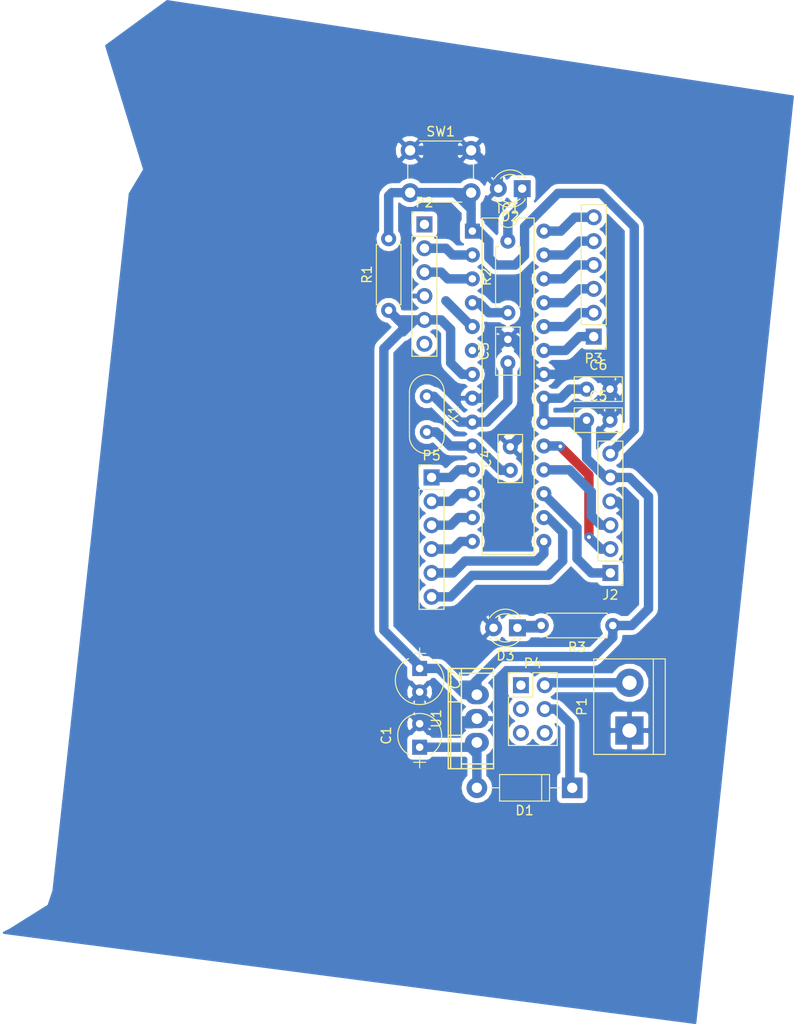
<source format=kicad_pcb>
(kicad_pcb (version 4) (host pcbnew 4.0.7)

  (general
    (links 57)
    (no_connects 1)
    (area 0 0 0 0)
    (thickness 1.6)
    (drawings 0)
    (tracks 219)
    (zones 0)
    (modules 22)
    (nets 37)
  )

  (page A4)
  (layers
    (0 F.Cu signal)
    (31 B.Cu signal)
    (32 B.Adhes user)
    (33 F.Adhes user)
    (34 B.Paste user)
    (35 F.Paste user)
    (36 B.SilkS user)
    (37 F.SilkS user)
    (38 B.Mask user)
    (39 F.Mask user)
    (40 Dwgs.User user)
    (41 Cmts.User user)
    (42 Eco1.User user)
    (43 Eco2.User user)
    (44 Edge.Cuts user)
    (45 Margin user)
    (46 B.CrtYd user)
    (47 F.CrtYd user)
    (48 B.Fab user)
    (49 F.Fab user)
  )

  (setup
    (last_trace_width 1)
    (trace_clearance 0.2)
    (zone_clearance 0.508)
    (zone_45_only no)
    (trace_min 0.2)
    (segment_width 0.2)
    (edge_width 0.1)
    (via_size 0.8)
    (via_drill 0.4)
    (via_min_size 0.4)
    (via_min_drill 0.3)
    (uvia_size 0.3)
    (uvia_drill 0.1)
    (uvias_allowed no)
    (uvia_min_size 0.2)
    (uvia_min_drill 0.1)
    (pcb_text_width 0.3)
    (pcb_text_size 1.5 1.5)
    (mod_edge_width 0.15)
    (mod_text_size 1 1)
    (mod_text_width 0.15)
    (pad_size 1.5 1.5)
    (pad_drill 0.6)
    (pad_to_mask_clearance 0)
    (aux_axis_origin 0 0)
    (grid_origin 132.842 97.79)
    (visible_elements FFFFFF7F)
    (pcbplotparams
      (layerselection 0x00030_80000001)
      (usegerberextensions false)
      (excludeedgelayer true)
      (linewidth 0.100000)
      (plotframeref false)
      (viasonmask false)
      (mode 1)
      (useauxorigin false)
      (hpglpennumber 1)
      (hpglpenspeed 20)
      (hpglpendiameter 15)
      (hpglpenoverlay 2)
      (psnegative false)
      (psa4output false)
      (plotreference true)
      (plotvalue true)
      (plotinvisibletext false)
      (padsonsilk false)
      (subtractmaskfromsilk false)
      (outputformat 1)
      (mirror false)
      (drillshape 1)
      (scaleselection 1)
      (outputdirectory ""))
  )

  (net 0 "")
  (net 1 "Net-(C1-Pad1)")
  (net 2 /GND)
  (net 3 /VCC)
  (net 4 "Net-(C3-Pad1)")
  (net 5 "Net-(C4-Pad1)")
  (net 6 "Net-(D1-Pad1)")
  (net 7 "Net-(D2-Pad1)")
  (net 8 "Net-(D3-Pad1)")
  (net 9 /RESET)
  (net 10 /RPU)
  (net 11 /RX)
  (net 12 /RPR)
  (net 13 /TX)
  (net 14 /MOSI)
  (net 15 /LED)
  (net 16 /MISO)
  (net 17 "Net-(IC1-Pad5)")
  (net 18 /SCK)
  (net 19 "Net-(IC1-Pad6)")
  (net 20 /LX)
  (net 21 /LY)
  (net 22 /LPU)
  (net 23 /LP)
  (net 24 /LPR)
  (net 25 /RXX)
  (net 26 /LPD)
  (net 27 /RY)
  (net 28 /LPL)
  (net 29 /RP)
  (net 30 /POWER)
  (net 31 "Net-(P2-Pad1)")
  (net 32 "Net-(P2-Pad6)")
  (net 33 "Net-(P4-Pad1)")
  (net 34 "Net-(P4-Pad3)")
  (net 35 "Net-(P4-Pad5)")
  (net 36 "Net-(P4-Pad6)")

  (net_class Default "This is the default net class."
    (clearance 0.2)
    (trace_width 1)
    (via_dia 0.8)
    (via_drill 0.4)
    (uvia_dia 0.3)
    (uvia_drill 0.1)
    (add_net /GND)
    (add_net /LED)
    (add_net /LP)
    (add_net /LPD)
    (add_net /LPL)
    (add_net /LPR)
    (add_net /LPU)
    (add_net /LX)
    (add_net /LY)
    (add_net /MISO)
    (add_net /MOSI)
    (add_net /POWER)
    (add_net /RESET)
    (add_net /RP)
    (add_net /RPR)
    (add_net /RPU)
    (add_net /RX)
    (add_net /RXX)
    (add_net /RY)
    (add_net /SCK)
    (add_net /TX)
    (add_net /VCC)
    (add_net "Net-(C1-Pad1)")
    (add_net "Net-(C3-Pad1)")
    (add_net "Net-(C4-Pad1)")
    (add_net "Net-(D1-Pad1)")
    (add_net "Net-(D2-Pad1)")
    (add_net "Net-(D3-Pad1)")
    (add_net "Net-(IC1-Pad5)")
    (add_net "Net-(IC1-Pad6)")
    (add_net "Net-(P2-Pad1)")
    (add_net "Net-(P2-Pad6)")
    (add_net "Net-(P4-Pad1)")
    (add_net "Net-(P4-Pad3)")
    (add_net "Net-(P4-Pad5)")
    (add_net "Net-(P4-Pad6)")
  )

  (module Connectors:bornier2 (layer F.Cu) (tedit 587FD522) (tstamp 5A14076D)
    (at 140.208 128.016 90)
    (descr "Bornier d'alimentation 2 pins")
    (tags DEV)
    (path /5A0F3252)
    (fp_text reference P1 (at 2.54 -5.08 90) (layer F.SilkS)
      (effects (font (size 1 1) (thickness 0.15)))
    )
    (fp_text value CONN_2 (at 2.54 5.08 90) (layer F.Fab)
      (effects (font (size 1 1) (thickness 0.15)))
    )
    (fp_line (start -2.41 2.55) (end 7.49 2.55) (layer F.Fab) (width 0.1))
    (fp_line (start -2.46 -3.75) (end -2.46 3.75) (layer F.Fab) (width 0.1))
    (fp_line (start -2.46 3.75) (end 7.54 3.75) (layer F.Fab) (width 0.1))
    (fp_line (start 7.54 3.75) (end 7.54 -3.75) (layer F.Fab) (width 0.1))
    (fp_line (start 7.54 -3.75) (end -2.46 -3.75) (layer F.Fab) (width 0.1))
    (fp_line (start 7.62 2.54) (end -2.54 2.54) (layer F.SilkS) (width 0.12))
    (fp_line (start 7.62 3.81) (end 7.62 -3.81) (layer F.SilkS) (width 0.12))
    (fp_line (start 7.62 -3.81) (end -2.54 -3.81) (layer F.SilkS) (width 0.12))
    (fp_line (start -2.54 -3.81) (end -2.54 3.81) (layer F.SilkS) (width 0.12))
    (fp_line (start -2.54 3.81) (end 7.62 3.81) (layer F.SilkS) (width 0.12))
    (fp_line (start -2.71 -4) (end 7.79 -4) (layer F.CrtYd) (width 0.05))
    (fp_line (start -2.71 -4) (end -2.71 4) (layer F.CrtYd) (width 0.05))
    (fp_line (start 7.79 4) (end 7.79 -4) (layer F.CrtYd) (width 0.05))
    (fp_line (start 7.79 4) (end -2.71 4) (layer F.CrtYd) (width 0.05))
    (pad 1 thru_hole rect (at 0 0 90) (size 3 3) (drill 1.52) (layers *.Cu *.Mask)
      (net 2 /GND))
    (pad 2 thru_hole circle (at 5.08 0 90) (size 3 3) (drill 1.52) (layers *.Cu *.Mask)
      (net 30 /POWER))
    (model ${KISYS3DMOD}/Connectors.3dshapes/bornier2.wrl
      (at (xyz 0 0 0))
      (scale (xyz 1 1 1))
      (rotate (xyz 0 0 0))
    )
  )

  (module LEDs:LED_D3.0mm (layer F.Cu) (tedit 587A3A7B) (tstamp 5A1406FC)
    (at 128.778 70.358 180)
    (descr "LED, diameter 3.0mm, 2 pins")
    (tags "LED diameter 3.0mm 2 pins")
    (path /5A0F1059)
    (fp_text reference D2 (at 1.27 -2.96 180) (layer F.SilkS)
      (effects (font (size 1 1) (thickness 0.15)))
    )
    (fp_text value LED (at 1.27 2.96 180) (layer F.Fab)
      (effects (font (size 1 1) (thickness 0.15)))
    )
    (fp_arc (start 1.27 0) (end -0.23 -1.16619) (angle 284.3) (layer F.Fab) (width 0.1))
    (fp_arc (start 1.27 0) (end -0.29 -1.235516) (angle 108.8) (layer F.SilkS) (width 0.12))
    (fp_arc (start 1.27 0) (end -0.29 1.235516) (angle -108.8) (layer F.SilkS) (width 0.12))
    (fp_arc (start 1.27 0) (end 0.229039 -1.08) (angle 87.9) (layer F.SilkS) (width 0.12))
    (fp_arc (start 1.27 0) (end 0.229039 1.08) (angle -87.9) (layer F.SilkS) (width 0.12))
    (fp_circle (center 1.27 0) (end 2.77 0) (layer F.Fab) (width 0.1))
    (fp_line (start -0.23 -1.16619) (end -0.23 1.16619) (layer F.Fab) (width 0.1))
    (fp_line (start -0.29 -1.236) (end -0.29 -1.08) (layer F.SilkS) (width 0.12))
    (fp_line (start -0.29 1.08) (end -0.29 1.236) (layer F.SilkS) (width 0.12))
    (fp_line (start -1.15 -2.25) (end -1.15 2.25) (layer F.CrtYd) (width 0.05))
    (fp_line (start -1.15 2.25) (end 3.7 2.25) (layer F.CrtYd) (width 0.05))
    (fp_line (start 3.7 2.25) (end 3.7 -2.25) (layer F.CrtYd) (width 0.05))
    (fp_line (start 3.7 -2.25) (end -1.15 -2.25) (layer F.CrtYd) (width 0.05))
    (pad 1 thru_hole rect (at 0 0 180) (size 1.8 1.8) (drill 0.9) (layers *.Cu *.Mask)
      (net 7 "Net-(D2-Pad1)"))
    (pad 2 thru_hole circle (at 2.54 0 180) (size 1.8 1.8) (drill 0.9) (layers *.Cu *.Mask)
      (net 2 /GND))
    (model ${KISYS3DMOD}/LEDs.3dshapes/LED_D3.0mm.wrl
      (at (xyz 0 0 0))
      (scale (xyz 0.393701 0.393701 0.393701))
      (rotate (xyz 0 0 0))
    )
  )

  (module Housings_DIP:DIP-28_W7.62mm (layer F.Cu) (tedit 58CC8E2F) (tstamp 5A14073F)
    (at 123.47 74.88)
    (descr "28-lead dip package, row spacing 7.62 mm (300 mils)")
    (tags "DIL DIP PDIP 2.54mm 7.62mm 300mil")
    (path /5A0F32E8)
    (fp_text reference IC1 (at 3.81 -2.39) (layer F.SilkS)
      (effects (font (size 1 1) (thickness 0.15)))
    )
    (fp_text value ATMEGA8A-P (at 3.81 35.41) (layer F.Fab)
      (effects (font (size 1 1) (thickness 0.15)))
    )
    (fp_text user %R (at 3.81 16.51) (layer F.Fab)
      (effects (font (size 1 1) (thickness 0.15)))
    )
    (fp_line (start 1.635 -1.27) (end 6.985 -1.27) (layer F.Fab) (width 0.1))
    (fp_line (start 6.985 -1.27) (end 6.985 34.29) (layer F.Fab) (width 0.1))
    (fp_line (start 6.985 34.29) (end 0.635 34.29) (layer F.Fab) (width 0.1))
    (fp_line (start 0.635 34.29) (end 0.635 -0.27) (layer F.Fab) (width 0.1))
    (fp_line (start 0.635 -0.27) (end 1.635 -1.27) (layer F.Fab) (width 0.1))
    (fp_line (start 2.81 -1.39) (end 1.04 -1.39) (layer F.SilkS) (width 0.12))
    (fp_line (start 1.04 -1.39) (end 1.04 34.41) (layer F.SilkS) (width 0.12))
    (fp_line (start 1.04 34.41) (end 6.58 34.41) (layer F.SilkS) (width 0.12))
    (fp_line (start 6.58 34.41) (end 6.58 -1.39) (layer F.SilkS) (width 0.12))
    (fp_line (start 6.58 -1.39) (end 4.81 -1.39) (layer F.SilkS) (width 0.12))
    (fp_line (start -1.1 -1.6) (end -1.1 34.6) (layer F.CrtYd) (width 0.05))
    (fp_line (start -1.1 34.6) (end 8.7 34.6) (layer F.CrtYd) (width 0.05))
    (fp_line (start 8.7 34.6) (end 8.7 -1.6) (layer F.CrtYd) (width 0.05))
    (fp_line (start 8.7 -1.6) (end -1.1 -1.6) (layer F.CrtYd) (width 0.05))
    (fp_arc (start 3.81 -1.39) (end 2.81 -1.39) (angle -180) (layer F.SilkS) (width 0.12))
    (pad 1 thru_hole rect (at 0 0) (size 1.6 1.6) (drill 0.8) (layers *.Cu *.Mask)
      (net 9 /RESET))
    (pad 15 thru_hole oval (at 7.62 33.02) (size 1.6 1.6) (drill 0.8) (layers *.Cu *.Mask)
      (net 10 /RPU))
    (pad 2 thru_hole oval (at 0 2.54) (size 1.6 1.6) (drill 0.8) (layers *.Cu *.Mask)
      (net 11 /RX))
    (pad 16 thru_hole oval (at 7.62 30.48) (size 1.6 1.6) (drill 0.8) (layers *.Cu *.Mask)
      (net 12 /RPR))
    (pad 3 thru_hole oval (at 0 5.08) (size 1.6 1.6) (drill 0.8) (layers *.Cu *.Mask)
      (net 13 /TX))
    (pad 17 thru_hole oval (at 7.62 27.94) (size 1.6 1.6) (drill 0.8) (layers *.Cu *.Mask)
      (net 14 /MOSI))
    (pad 4 thru_hole oval (at 0 7.62) (size 1.6 1.6) (drill 0.8) (layers *.Cu *.Mask)
      (net 15 /LED))
    (pad 18 thru_hole oval (at 7.62 25.4) (size 1.6 1.6) (drill 0.8) (layers *.Cu *.Mask)
      (net 16 /MISO))
    (pad 5 thru_hole oval (at 0 10.16) (size 1.6 1.6) (drill 0.8) (layers *.Cu *.Mask)
      (net 17 "Net-(IC1-Pad5)"))
    (pad 19 thru_hole oval (at 7.62 22.86) (size 1.6 1.6) (drill 0.8) (layers *.Cu *.Mask)
      (net 18 /SCK))
    (pad 6 thru_hole oval (at 0 12.7) (size 1.6 1.6) (drill 0.8) (layers *.Cu *.Mask)
      (net 19 "Net-(IC1-Pad6)"))
    (pad 20 thru_hole oval (at 7.62 20.32) (size 1.6 1.6) (drill 0.8) (layers *.Cu *.Mask)
      (net 3 /VCC))
    (pad 7 thru_hole oval (at 0 15.24) (size 1.6 1.6) (drill 0.8) (layers *.Cu *.Mask)
      (net 3 /VCC))
    (pad 21 thru_hole oval (at 7.62 17.78) (size 1.6 1.6) (drill 0.8) (layers *.Cu *.Mask)
      (net 3 /VCC))
    (pad 8 thru_hole oval (at 0 17.78) (size 1.6 1.6) (drill 0.8) (layers *.Cu *.Mask)
      (net 2 /GND))
    (pad 22 thru_hole oval (at 7.62 15.24) (size 1.6 1.6) (drill 0.8) (layers *.Cu *.Mask)
      (net 2 /GND))
    (pad 9 thru_hole oval (at 0 20.32) (size 1.6 1.6) (drill 0.8) (layers *.Cu *.Mask)
      (net 4 "Net-(C3-Pad1)"))
    (pad 23 thru_hole oval (at 7.62 12.7) (size 1.6 1.6) (drill 0.8) (layers *.Cu *.Mask)
      (net 20 /LX))
    (pad 10 thru_hole oval (at 0 22.86) (size 1.6 1.6) (drill 0.8) (layers *.Cu *.Mask)
      (net 5 "Net-(C4-Pad1)"))
    (pad 24 thru_hole oval (at 7.62 10.16) (size 1.6 1.6) (drill 0.8) (layers *.Cu *.Mask)
      (net 21 /LY))
    (pad 11 thru_hole oval (at 0 25.4) (size 1.6 1.6) (drill 0.8) (layers *.Cu *.Mask)
      (net 22 /LPU))
    (pad 25 thru_hole oval (at 7.62 7.62) (size 1.6 1.6) (drill 0.8) (layers *.Cu *.Mask)
      (net 23 /LP))
    (pad 12 thru_hole oval (at 0 27.94) (size 1.6 1.6) (drill 0.8) (layers *.Cu *.Mask)
      (net 24 /LPR))
    (pad 26 thru_hole oval (at 7.62 5.08) (size 1.6 1.6) (drill 0.8) (layers *.Cu *.Mask)
      (net 25 /RXX))
    (pad 13 thru_hole oval (at 0 30.48) (size 1.6 1.6) (drill 0.8) (layers *.Cu *.Mask)
      (net 26 /LPD))
    (pad 27 thru_hole oval (at 7.62 2.54) (size 1.6 1.6) (drill 0.8) (layers *.Cu *.Mask)
      (net 27 /RY))
    (pad 14 thru_hole oval (at 0 33.02) (size 1.6 1.6) (drill 0.8) (layers *.Cu *.Mask)
      (net 28 /LPL))
    (pad 28 thru_hole oval (at 7.62 0) (size 1.6 1.6) (drill 0.8) (layers *.Cu *.Mask)
      (net 29 /RP))
    (model ${KISYS3DMOD}/Housings_DIP.3dshapes/DIP-28_W7.62mm.wrl
      (at (xyz 0 0 0))
      (scale (xyz 1 1 1))
      (rotate (xyz 0 0 0))
    )
  )

  (module Capacitors_THT:CP_Radial_Tantal_D4.5mm_P2.50mm (layer F.Cu) (tedit 597C781B) (tstamp 5A140647)
    (at 117.856 129.794 90)
    (descr "CP, Radial_Tantal series, Radial, pin pitch=2.50mm, , diameter=4.5mm, Tantal Electrolytic Capacitor, http://cdn-reichelt.de/documents/datenblatt/B300/TANTAL-TB-Serie%23.pdf")
    (tags "CP Radial_Tantal series Radial pin pitch 2.50mm  diameter 4.5mm Tantal Electrolytic Capacitor")
    (path /5A0F357E)
    (fp_text reference C1 (at 1.25 -3.56 90) (layer F.SilkS)
      (effects (font (size 1 1) (thickness 0.15)))
    )
    (fp_text value C (at 1.25 3.56 90) (layer F.Fab)
      (effects (font (size 1 1) (thickness 0.15)))
    )
    (fp_arc (start 1.25 0) (end -0.770693 -1.18) (angle 119.4) (layer F.SilkS) (width 0.12))
    (fp_arc (start 1.25 0) (end -0.770693 1.18) (angle -119.4) (layer F.SilkS) (width 0.12))
    (fp_arc (start 1.25 0) (end 3.270693 -1.18) (angle 60.6) (layer F.SilkS) (width 0.12))
    (fp_circle (center 1.25 0) (end 3.5 0) (layer F.Fab) (width 0.1))
    (fp_line (start -2.2 0) (end -1 0) (layer F.Fab) (width 0.1))
    (fp_line (start -1.6 -0.65) (end -1.6 0.65) (layer F.Fab) (width 0.1))
    (fp_line (start -2.2 0) (end -1 0) (layer F.SilkS) (width 0.12))
    (fp_line (start -1.6 -0.65) (end -1.6 0.65) (layer F.SilkS) (width 0.12))
    (fp_line (start -1.35 -2.6) (end -1.35 2.6) (layer F.CrtYd) (width 0.05))
    (fp_line (start -1.35 2.6) (end 3.85 2.6) (layer F.CrtYd) (width 0.05))
    (fp_line (start 3.85 2.6) (end 3.85 -2.6) (layer F.CrtYd) (width 0.05))
    (fp_line (start 3.85 -2.6) (end -1.35 -2.6) (layer F.CrtYd) (width 0.05))
    (fp_text user %R (at 1.25 0 90) (layer F.Fab)
      (effects (font (size 1 1) (thickness 0.15)))
    )
    (pad 1 thru_hole rect (at 0 0 90) (size 1.6 1.6) (drill 0.8) (layers *.Cu *.Mask)
      (net 1 "Net-(C1-Pad1)"))
    (pad 2 thru_hole circle (at 2.5 0 90) (size 1.6 1.6) (drill 0.8) (layers *.Cu *.Mask)
      (net 2 /GND))
    (model ${KISYS3DMOD}/Capacitors_THT.3dshapes/CP_Radial_Tantal_D4.5mm_P2.50mm.wrl
      (at (xyz 0 0 0))
      (scale (xyz 1 1 1))
      (rotate (xyz 0 0 0))
    )
  )

  (module Capacitors_THT:CP_Radial_Tantal_D5.0mm_P2.50mm (layer F.Cu) (tedit 597C781B) (tstamp 5A14065A)
    (at 117.856 121.412 270)
    (descr "CP, Radial_Tantal series, Radial, pin pitch=2.50mm, , diameter=5.0mm, Tantal Electrolytic Capacitor, http://cdn-reichelt.de/documents/datenblatt/B300/TANTAL-TB-Serie%23.pdf")
    (tags "CP Radial_Tantal series Radial pin pitch 2.50mm  diameter 5.0mm Tantal Electrolytic Capacitor")
    (path /5A0F35C3)
    (fp_text reference C2 (at 1.25 -3.81 270) (layer F.SilkS)
      (effects (font (size 1 1) (thickness 0.15)))
    )
    (fp_text value C (at 1.25 3.81 270) (layer F.Fab)
      (effects (font (size 1 1) (thickness 0.15)))
    )
    (fp_arc (start 1.25 0) (end -1.05558 -1.18) (angle 125.8) (layer F.SilkS) (width 0.12))
    (fp_arc (start 1.25 0) (end -1.05558 1.18) (angle -125.8) (layer F.SilkS) (width 0.12))
    (fp_arc (start 1.25 0) (end 3.55558 -1.18) (angle 54.2) (layer F.SilkS) (width 0.12))
    (fp_circle (center 1.25 0) (end 3.75 0) (layer F.Fab) (width 0.1))
    (fp_line (start -2.2 0) (end -1 0) (layer F.Fab) (width 0.1))
    (fp_line (start -1.6 -0.65) (end -1.6 0.65) (layer F.Fab) (width 0.1))
    (fp_line (start -2.2 0) (end -1 0) (layer F.SilkS) (width 0.12))
    (fp_line (start -1.6 -0.65) (end -1.6 0.65) (layer F.SilkS) (width 0.12))
    (fp_line (start -1.6 -2.85) (end -1.6 2.85) (layer F.CrtYd) (width 0.05))
    (fp_line (start -1.6 2.85) (end 4.1 2.85) (layer F.CrtYd) (width 0.05))
    (fp_line (start 4.1 2.85) (end 4.1 -2.85) (layer F.CrtYd) (width 0.05))
    (fp_line (start 4.1 -2.85) (end -1.6 -2.85) (layer F.CrtYd) (width 0.05))
    (fp_text user %R (at 1.25 0 270) (layer F.Fab)
      (effects (font (size 1 1) (thickness 0.15)))
    )
    (pad 1 thru_hole rect (at 0 0 270) (size 1.6 1.6) (drill 0.8) (layers *.Cu *.Mask)
      (net 3 /VCC))
    (pad 2 thru_hole circle (at 2.5 0 270) (size 1.6 1.6) (drill 0.8) (layers *.Cu *.Mask)
      (net 2 /GND))
    (model ${KISYS3DMOD}/Capacitors_THT.3dshapes/CP_Radial_Tantal_D5.0mm_P2.50mm.wrl
      (at (xyz 0 0 0))
      (scale (xyz 1 1 1))
      (rotate (xyz 0 0 0))
    )
  )

  (module Capacitors_THT:C_Disc_D5.0mm_W2.5mm_P2.50mm (layer F.Cu) (tedit 597BC7C2) (tstamp 5A14066D)
    (at 127.254 88.9 90)
    (descr "C, Disc series, Radial, pin pitch=2.50mm, , diameter*width=5*2.5mm^2, Capacitor, http://cdn-reichelt.de/documents/datenblatt/B300/DS_KERKO_TC.pdf")
    (tags "C Disc series Radial pin pitch 2.50mm  diameter 5mm width 2.5mm Capacitor")
    (path /5A0F4944)
    (fp_text reference C3 (at 1.25 -2.56 90) (layer F.SilkS)
      (effects (font (size 1 1) (thickness 0.15)))
    )
    (fp_text value C (at 1.25 2.56 90) (layer F.Fab)
      (effects (font (size 1 1) (thickness 0.15)))
    )
    (fp_line (start -1.25 -1.25) (end -1.25 1.25) (layer F.Fab) (width 0.1))
    (fp_line (start -1.25 1.25) (end 3.75 1.25) (layer F.Fab) (width 0.1))
    (fp_line (start 3.75 1.25) (end 3.75 -1.25) (layer F.Fab) (width 0.1))
    (fp_line (start 3.75 -1.25) (end -1.25 -1.25) (layer F.Fab) (width 0.1))
    (fp_line (start -1.31 -1.31) (end 3.81 -1.31) (layer F.SilkS) (width 0.12))
    (fp_line (start -1.31 1.31) (end 3.81 1.31) (layer F.SilkS) (width 0.12))
    (fp_line (start -1.31 -1.31) (end -1.31 1.31) (layer F.SilkS) (width 0.12))
    (fp_line (start 3.81 -1.31) (end 3.81 1.31) (layer F.SilkS) (width 0.12))
    (fp_line (start -1.6 -1.6) (end -1.6 1.6) (layer F.CrtYd) (width 0.05))
    (fp_line (start -1.6 1.6) (end 4.1 1.6) (layer F.CrtYd) (width 0.05))
    (fp_line (start 4.1 1.6) (end 4.1 -1.6) (layer F.CrtYd) (width 0.05))
    (fp_line (start 4.1 -1.6) (end -1.6 -1.6) (layer F.CrtYd) (width 0.05))
    (fp_text user %R (at 1.25 0 90) (layer F.Fab)
      (effects (font (size 1 1) (thickness 0.15)))
    )
    (pad 1 thru_hole circle (at 0 0 90) (size 1.6 1.6) (drill 0.8) (layers *.Cu *.Mask)
      (net 4 "Net-(C3-Pad1)"))
    (pad 2 thru_hole circle (at 2.5 0 90) (size 1.6 1.6) (drill 0.8) (layers *.Cu *.Mask)
      (net 2 /GND))
    (model ${KISYS3DMOD}/Capacitors_THT.3dshapes/C_Disc_D5.0mm_W2.5mm_P2.50mm.wrl
      (at (xyz 0 0 0))
      (scale (xyz 1 1 1))
      (rotate (xyz 0 0 0))
    )
  )

  (module Capacitors_THT:C_Disc_D5.0mm_W2.5mm_P2.50mm (layer F.Cu) (tedit 597BC7C2) (tstamp 5A140680)
    (at 127.508 100.33 90)
    (descr "C, Disc series, Radial, pin pitch=2.50mm, , diameter*width=5*2.5mm^2, Capacitor, http://cdn-reichelt.de/documents/datenblatt/B300/DS_KERKO_TC.pdf")
    (tags "C Disc series Radial pin pitch 2.50mm  diameter 5mm width 2.5mm Capacitor")
    (path /5A0F49B8)
    (fp_text reference C4 (at 1.25 -2.56 90) (layer F.SilkS)
      (effects (font (size 1 1) (thickness 0.15)))
    )
    (fp_text value C (at 1.25 2.56 90) (layer F.Fab)
      (effects (font (size 1 1) (thickness 0.15)))
    )
    (fp_line (start -1.25 -1.25) (end -1.25 1.25) (layer F.Fab) (width 0.1))
    (fp_line (start -1.25 1.25) (end 3.75 1.25) (layer F.Fab) (width 0.1))
    (fp_line (start 3.75 1.25) (end 3.75 -1.25) (layer F.Fab) (width 0.1))
    (fp_line (start 3.75 -1.25) (end -1.25 -1.25) (layer F.Fab) (width 0.1))
    (fp_line (start -1.31 -1.31) (end 3.81 -1.31) (layer F.SilkS) (width 0.12))
    (fp_line (start -1.31 1.31) (end 3.81 1.31) (layer F.SilkS) (width 0.12))
    (fp_line (start -1.31 -1.31) (end -1.31 1.31) (layer F.SilkS) (width 0.12))
    (fp_line (start 3.81 -1.31) (end 3.81 1.31) (layer F.SilkS) (width 0.12))
    (fp_line (start -1.6 -1.6) (end -1.6 1.6) (layer F.CrtYd) (width 0.05))
    (fp_line (start -1.6 1.6) (end 4.1 1.6) (layer F.CrtYd) (width 0.05))
    (fp_line (start 4.1 1.6) (end 4.1 -1.6) (layer F.CrtYd) (width 0.05))
    (fp_line (start 4.1 -1.6) (end -1.6 -1.6) (layer F.CrtYd) (width 0.05))
    (fp_text user %R (at 1.25 0 90) (layer F.Fab)
      (effects (font (size 1 1) (thickness 0.15)))
    )
    (pad 1 thru_hole circle (at 0 0 90) (size 1.6 1.6) (drill 0.8) (layers *.Cu *.Mask)
      (net 5 "Net-(C4-Pad1)"))
    (pad 2 thru_hole circle (at 2.5 0 90) (size 1.6 1.6) (drill 0.8) (layers *.Cu *.Mask)
      (net 2 /GND))
    (model ${KISYS3DMOD}/Capacitors_THT.3dshapes/C_Disc_D5.0mm_W2.5mm_P2.50mm.wrl
      (at (xyz 0 0 0))
      (scale (xyz 1 1 1))
      (rotate (xyz 0 0 0))
    )
  )

  (module Capacitors_THT:C_Disc_D5.0mm_W2.5mm_P2.50mm (layer F.Cu) (tedit 597BC7C2) (tstamp 5A140693)
    (at 135.636 94.996)
    (descr "C, Disc series, Radial, pin pitch=2.50mm, , diameter*width=5*2.5mm^2, Capacitor, http://cdn-reichelt.de/documents/datenblatt/B300/DS_KERKO_TC.pdf")
    (tags "C Disc series Radial pin pitch 2.50mm  diameter 5mm width 2.5mm Capacitor")
    (path /5A0F4ED2)
    (fp_text reference C5 (at 1.25 -2.56) (layer F.SilkS)
      (effects (font (size 1 1) (thickness 0.15)))
    )
    (fp_text value C (at 1.25 2.56) (layer F.Fab)
      (effects (font (size 1 1) (thickness 0.15)))
    )
    (fp_line (start -1.25 -1.25) (end -1.25 1.25) (layer F.Fab) (width 0.1))
    (fp_line (start -1.25 1.25) (end 3.75 1.25) (layer F.Fab) (width 0.1))
    (fp_line (start 3.75 1.25) (end 3.75 -1.25) (layer F.Fab) (width 0.1))
    (fp_line (start 3.75 -1.25) (end -1.25 -1.25) (layer F.Fab) (width 0.1))
    (fp_line (start -1.31 -1.31) (end 3.81 -1.31) (layer F.SilkS) (width 0.12))
    (fp_line (start -1.31 1.31) (end 3.81 1.31) (layer F.SilkS) (width 0.12))
    (fp_line (start -1.31 -1.31) (end -1.31 1.31) (layer F.SilkS) (width 0.12))
    (fp_line (start 3.81 -1.31) (end 3.81 1.31) (layer F.SilkS) (width 0.12))
    (fp_line (start -1.6 -1.6) (end -1.6 1.6) (layer F.CrtYd) (width 0.05))
    (fp_line (start -1.6 1.6) (end 4.1 1.6) (layer F.CrtYd) (width 0.05))
    (fp_line (start 4.1 1.6) (end 4.1 -1.6) (layer F.CrtYd) (width 0.05))
    (fp_line (start 4.1 -1.6) (end -1.6 -1.6) (layer F.CrtYd) (width 0.05))
    (fp_text user %R (at 1.25 0) (layer F.Fab)
      (effects (font (size 1 1) (thickness 0.15)))
    )
    (pad 1 thru_hole circle (at 0 0) (size 1.6 1.6) (drill 0.8) (layers *.Cu *.Mask)
      (net 3 /VCC))
    (pad 2 thru_hole circle (at 2.5 0) (size 1.6 1.6) (drill 0.8) (layers *.Cu *.Mask)
      (net 2 /GND))
    (model ${KISYS3DMOD}/Capacitors_THT.3dshapes/C_Disc_D5.0mm_W2.5mm_P2.50mm.wrl
      (at (xyz 0 0 0))
      (scale (xyz 1 1 1))
      (rotate (xyz 0 0 0))
    )
  )

  (module Capacitors_THT:C_Disc_D5.0mm_W2.5mm_P2.50mm (layer F.Cu) (tedit 597BC7C2) (tstamp 5A1406A6)
    (at 135.636 91.694)
    (descr "C, Disc series, Radial, pin pitch=2.50mm, , diameter*width=5*2.5mm^2, Capacitor, http://cdn-reichelt.de/documents/datenblatt/B300/DS_KERKO_TC.pdf")
    (tags "C Disc series Radial pin pitch 2.50mm  diameter 5mm width 2.5mm Capacitor")
    (path /5A0F4F51)
    (fp_text reference C6 (at 1.25 -2.56) (layer F.SilkS)
      (effects (font (size 1 1) (thickness 0.15)))
    )
    (fp_text value C (at 1.25 2.56) (layer F.Fab)
      (effects (font (size 1 1) (thickness 0.15)))
    )
    (fp_line (start -1.25 -1.25) (end -1.25 1.25) (layer F.Fab) (width 0.1))
    (fp_line (start -1.25 1.25) (end 3.75 1.25) (layer F.Fab) (width 0.1))
    (fp_line (start 3.75 1.25) (end 3.75 -1.25) (layer F.Fab) (width 0.1))
    (fp_line (start 3.75 -1.25) (end -1.25 -1.25) (layer F.Fab) (width 0.1))
    (fp_line (start -1.31 -1.31) (end 3.81 -1.31) (layer F.SilkS) (width 0.12))
    (fp_line (start -1.31 1.31) (end 3.81 1.31) (layer F.SilkS) (width 0.12))
    (fp_line (start -1.31 -1.31) (end -1.31 1.31) (layer F.SilkS) (width 0.12))
    (fp_line (start 3.81 -1.31) (end 3.81 1.31) (layer F.SilkS) (width 0.12))
    (fp_line (start -1.6 -1.6) (end -1.6 1.6) (layer F.CrtYd) (width 0.05))
    (fp_line (start -1.6 1.6) (end 4.1 1.6) (layer F.CrtYd) (width 0.05))
    (fp_line (start 4.1 1.6) (end 4.1 -1.6) (layer F.CrtYd) (width 0.05))
    (fp_line (start 4.1 -1.6) (end -1.6 -1.6) (layer F.CrtYd) (width 0.05))
    (fp_text user %R (at 1.25 0) (layer F.Fab)
      (effects (font (size 1 1) (thickness 0.15)))
    )
    (pad 1 thru_hole circle (at 0 0) (size 1.6 1.6) (drill 0.8) (layers *.Cu *.Mask)
      (net 3 /VCC))
    (pad 2 thru_hole circle (at 2.5 0) (size 1.6 1.6) (drill 0.8) (layers *.Cu *.Mask)
      (net 2 /GND))
    (model ${KISYS3DMOD}/Capacitors_THT.3dshapes/C_Disc_D5.0mm_W2.5mm_P2.50mm.wrl
      (at (xyz 0 0 0))
      (scale (xyz 1 1 1))
      (rotate (xyz 0 0 0))
    )
  )

  (module Diodes_THT:D_DO-41_SOD81_P10.16mm_Horizontal (layer F.Cu) (tedit 5921392F) (tstamp 5A1406E9)
    (at 134.112 134.112 180)
    (descr "D, DO-41_SOD81 series, Axial, Horizontal, pin pitch=10.16mm, , length*diameter=5.2*2.7mm^2, , http://www.diodes.com/_files/packages/DO-41%20(Plastic).pdf")
    (tags "D DO-41_SOD81 series Axial Horizontal pin pitch 10.16mm  length 5.2mm diameter 2.7mm")
    (path /5A0F344E)
    (fp_text reference D1 (at 5.08 -2.41 180) (layer F.SilkS)
      (effects (font (size 1 1) (thickness 0.15)))
    )
    (fp_text value DIODE (at 5.08 2.41 180) (layer F.Fab)
      (effects (font (size 1 1) (thickness 0.15)))
    )
    (fp_text user %R (at 5.08 0 180) (layer F.Fab)
      (effects (font (size 1 1) (thickness 0.15)))
    )
    (fp_line (start 2.48 -1.35) (end 2.48 1.35) (layer F.Fab) (width 0.1))
    (fp_line (start 2.48 1.35) (end 7.68 1.35) (layer F.Fab) (width 0.1))
    (fp_line (start 7.68 1.35) (end 7.68 -1.35) (layer F.Fab) (width 0.1))
    (fp_line (start 7.68 -1.35) (end 2.48 -1.35) (layer F.Fab) (width 0.1))
    (fp_line (start 0 0) (end 2.48 0) (layer F.Fab) (width 0.1))
    (fp_line (start 10.16 0) (end 7.68 0) (layer F.Fab) (width 0.1))
    (fp_line (start 3.26 -1.35) (end 3.26 1.35) (layer F.Fab) (width 0.1))
    (fp_line (start 2.42 -1.41) (end 2.42 1.41) (layer F.SilkS) (width 0.12))
    (fp_line (start 2.42 1.41) (end 7.74 1.41) (layer F.SilkS) (width 0.12))
    (fp_line (start 7.74 1.41) (end 7.74 -1.41) (layer F.SilkS) (width 0.12))
    (fp_line (start 7.74 -1.41) (end 2.42 -1.41) (layer F.SilkS) (width 0.12))
    (fp_line (start 1.28 0) (end 2.42 0) (layer F.SilkS) (width 0.12))
    (fp_line (start 8.88 0) (end 7.74 0) (layer F.SilkS) (width 0.12))
    (fp_line (start 3.26 -1.41) (end 3.26 1.41) (layer F.SilkS) (width 0.12))
    (fp_line (start -1.35 -1.7) (end -1.35 1.7) (layer F.CrtYd) (width 0.05))
    (fp_line (start -1.35 1.7) (end 11.55 1.7) (layer F.CrtYd) (width 0.05))
    (fp_line (start 11.55 1.7) (end 11.55 -1.7) (layer F.CrtYd) (width 0.05))
    (fp_line (start 11.55 -1.7) (end -1.35 -1.7) (layer F.CrtYd) (width 0.05))
    (pad 1 thru_hole rect (at 0 0 180) (size 2.2 2.2) (drill 1.1) (layers *.Cu *.Mask)
      (net 6 "Net-(D1-Pad1)"))
    (pad 2 thru_hole oval (at 10.16 0 180) (size 2.2 2.2) (drill 1.1) (layers *.Cu *.Mask)
      (net 1 "Net-(C1-Pad1)"))
    (model ${KISYS3DMOD}/Diodes_THT.3dshapes/D_DO-41_SOD81_P10.16mm_Horizontal.wrl
      (at (xyz 0 0 0))
      (scale (xyz 0.393701 0.393701 0.393701))
      (rotate (xyz 0 0 0))
    )
  )

  (module LEDs:LED_D3.0mm (layer F.Cu) (tedit 587A3A7B) (tstamp 5A14070F)
    (at 128.27 117.094 180)
    (descr "LED, diameter 3.0mm, 2 pins")
    (tags "LED diameter 3.0mm 2 pins")
    (path /5A0FECEB)
    (fp_text reference D3 (at 1.27 -2.96 180) (layer F.SilkS)
      (effects (font (size 1 1) (thickness 0.15)))
    )
    (fp_text value LED (at 1.27 2.96 180) (layer F.Fab)
      (effects (font (size 1 1) (thickness 0.15)))
    )
    (fp_arc (start 1.27 0) (end -0.23 -1.16619) (angle 284.3) (layer F.Fab) (width 0.1))
    (fp_arc (start 1.27 0) (end -0.29 -1.235516) (angle 108.8) (layer F.SilkS) (width 0.12))
    (fp_arc (start 1.27 0) (end -0.29 1.235516) (angle -108.8) (layer F.SilkS) (width 0.12))
    (fp_arc (start 1.27 0) (end 0.229039 -1.08) (angle 87.9) (layer F.SilkS) (width 0.12))
    (fp_arc (start 1.27 0) (end 0.229039 1.08) (angle -87.9) (layer F.SilkS) (width 0.12))
    (fp_circle (center 1.27 0) (end 2.77 0) (layer F.Fab) (width 0.1))
    (fp_line (start -0.23 -1.16619) (end -0.23 1.16619) (layer F.Fab) (width 0.1))
    (fp_line (start -0.29 -1.236) (end -0.29 -1.08) (layer F.SilkS) (width 0.12))
    (fp_line (start -0.29 1.08) (end -0.29 1.236) (layer F.SilkS) (width 0.12))
    (fp_line (start -1.15 -2.25) (end -1.15 2.25) (layer F.CrtYd) (width 0.05))
    (fp_line (start -1.15 2.25) (end 3.7 2.25) (layer F.CrtYd) (width 0.05))
    (fp_line (start 3.7 2.25) (end 3.7 -2.25) (layer F.CrtYd) (width 0.05))
    (fp_line (start 3.7 -2.25) (end -1.15 -2.25) (layer F.CrtYd) (width 0.05))
    (pad 1 thru_hole rect (at 0 0 180) (size 1.8 1.8) (drill 0.9) (layers *.Cu *.Mask)
      (net 8 "Net-(D3-Pad1)"))
    (pad 2 thru_hole circle (at 2.54 0 180) (size 1.8 1.8) (drill 0.9) (layers *.Cu *.Mask)
      (net 2 /GND))
    (model ${KISYS3DMOD}/LEDs.3dshapes/LED_D3.0mm.wrl
      (at (xyz 0 0 0))
      (scale (xyz 0.393701 0.393701 0.393701))
      (rotate (xyz 0 0 0))
    )
  )

  (module Pin_Headers:Pin_Header_Straight_1x06_Pitch2.54mm (layer F.Cu) (tedit 59650532) (tstamp 5A140759)
    (at 138.176 111.252 180)
    (descr "Through hole straight pin header, 1x06, 2.54mm pitch, single row")
    (tags "Through hole pin header THT 1x06 2.54mm single row")
    (path /5A0A8286)
    (fp_text reference J2 (at 0 -2.33 180) (layer F.SilkS)
      (effects (font (size 1 1) (thickness 0.15)))
    )
    (fp_text value CONN_01X06 (at 0 15.03 180) (layer F.Fab)
      (effects (font (size 1 1) (thickness 0.15)))
    )
    (fp_line (start -0.635 -1.27) (end 1.27 -1.27) (layer F.Fab) (width 0.1))
    (fp_line (start 1.27 -1.27) (end 1.27 13.97) (layer F.Fab) (width 0.1))
    (fp_line (start 1.27 13.97) (end -1.27 13.97) (layer F.Fab) (width 0.1))
    (fp_line (start -1.27 13.97) (end -1.27 -0.635) (layer F.Fab) (width 0.1))
    (fp_line (start -1.27 -0.635) (end -0.635 -1.27) (layer F.Fab) (width 0.1))
    (fp_line (start -1.33 14.03) (end 1.33 14.03) (layer F.SilkS) (width 0.12))
    (fp_line (start -1.33 1.27) (end -1.33 14.03) (layer F.SilkS) (width 0.12))
    (fp_line (start 1.33 1.27) (end 1.33 14.03) (layer F.SilkS) (width 0.12))
    (fp_line (start -1.33 1.27) (end 1.33 1.27) (layer F.SilkS) (width 0.12))
    (fp_line (start -1.33 0) (end -1.33 -1.33) (layer F.SilkS) (width 0.12))
    (fp_line (start -1.33 -1.33) (end 0 -1.33) (layer F.SilkS) (width 0.12))
    (fp_line (start -1.8 -1.8) (end -1.8 14.5) (layer F.CrtYd) (width 0.05))
    (fp_line (start -1.8 14.5) (end 1.8 14.5) (layer F.CrtYd) (width 0.05))
    (fp_line (start 1.8 14.5) (end 1.8 -1.8) (layer F.CrtYd) (width 0.05))
    (fp_line (start 1.8 -1.8) (end -1.8 -1.8) (layer F.CrtYd) (width 0.05))
    (fp_text user %R (at 0 6.35 270) (layer F.Fab)
      (effects (font (size 1 1) (thickness 0.15)))
    )
    (pad 1 thru_hole rect (at 0 0 180) (size 1.7 1.7) (drill 1) (layers *.Cu *.Mask)
      (net 14 /MOSI))
    (pad 2 thru_hole oval (at 0 2.54 180) (size 1.7 1.7) (drill 1) (layers *.Cu *.Mask)
      (net 18 /SCK))
    (pad 3 thru_hole oval (at 0 5.08 180) (size 1.7 1.7) (drill 1) (layers *.Cu *.Mask)
      (net 16 /MISO))
    (pad 4 thru_hole oval (at 0 7.62 180) (size 1.7 1.7) (drill 1) (layers *.Cu *.Mask)
      (net 2 /GND))
    (pad 5 thru_hole oval (at 0 10.16 180) (size 1.7 1.7) (drill 1) (layers *.Cu *.Mask)
      (net 3 /VCC))
    (pad 6 thru_hole oval (at 0 12.7 180) (size 1.7 1.7) (drill 1) (layers *.Cu *.Mask)
      (net 9 /RESET))
    (model ${KISYS3DMOD}/Pin_Headers.3dshapes/Pin_Header_Straight_1x06_Pitch2.54mm.wrl
      (at (xyz 0 0 0))
      (scale (xyz 1 1 1))
      (rotate (xyz 0 0 0))
    )
  )

  (module Pin_Headers:Pin_Header_Straight_1x06_Pitch2.54mm (layer F.Cu) (tedit 59650532) (tstamp 5A140787)
    (at 118.364 74.168)
    (descr "Through hole straight pin header, 1x06, 2.54mm pitch, single row")
    (tags "Through hole pin header THT 1x06 2.54mm single row")
    (path /5A0F6EF1)
    (fp_text reference P2 (at 0 -2.33) (layer F.SilkS)
      (effects (font (size 1 1) (thickness 0.15)))
    )
    (fp_text value CONN_6 (at 0 15.03) (layer F.Fab)
      (effects (font (size 1 1) (thickness 0.15)))
    )
    (fp_line (start -0.635 -1.27) (end 1.27 -1.27) (layer F.Fab) (width 0.1))
    (fp_line (start 1.27 -1.27) (end 1.27 13.97) (layer F.Fab) (width 0.1))
    (fp_line (start 1.27 13.97) (end -1.27 13.97) (layer F.Fab) (width 0.1))
    (fp_line (start -1.27 13.97) (end -1.27 -0.635) (layer F.Fab) (width 0.1))
    (fp_line (start -1.27 -0.635) (end -0.635 -1.27) (layer F.Fab) (width 0.1))
    (fp_line (start -1.33 14.03) (end 1.33 14.03) (layer F.SilkS) (width 0.12))
    (fp_line (start -1.33 1.27) (end -1.33 14.03) (layer F.SilkS) (width 0.12))
    (fp_line (start 1.33 1.27) (end 1.33 14.03) (layer F.SilkS) (width 0.12))
    (fp_line (start -1.33 1.27) (end 1.33 1.27) (layer F.SilkS) (width 0.12))
    (fp_line (start -1.33 0) (end -1.33 -1.33) (layer F.SilkS) (width 0.12))
    (fp_line (start -1.33 -1.33) (end 0 -1.33) (layer F.SilkS) (width 0.12))
    (fp_line (start -1.8 -1.8) (end -1.8 14.5) (layer F.CrtYd) (width 0.05))
    (fp_line (start -1.8 14.5) (end 1.8 14.5) (layer F.CrtYd) (width 0.05))
    (fp_line (start 1.8 14.5) (end 1.8 -1.8) (layer F.CrtYd) (width 0.05))
    (fp_line (start 1.8 -1.8) (end -1.8 -1.8) (layer F.CrtYd) (width 0.05))
    (fp_text user %R (at 0 6.35 90) (layer F.Fab)
      (effects (font (size 1 1) (thickness 0.15)))
    )
    (pad 1 thru_hole rect (at 0 0) (size 1.7 1.7) (drill 1) (layers *.Cu *.Mask)
      (net 31 "Net-(P2-Pad1)"))
    (pad 2 thru_hole oval (at 0 2.54) (size 1.7 1.7) (drill 1) (layers *.Cu *.Mask)
      (net 11 /RX))
    (pad 3 thru_hole oval (at 0 5.08) (size 1.7 1.7) (drill 1) (layers *.Cu *.Mask)
      (net 13 /TX))
    (pad 4 thru_hole oval (at 0 7.62) (size 1.7 1.7) (drill 1) (layers *.Cu *.Mask)
      (net 2 /GND))
    (pad 5 thru_hole oval (at 0 10.16) (size 1.7 1.7) (drill 1) (layers *.Cu *.Mask)
      (net 3 /VCC))
    (pad 6 thru_hole oval (at 0 12.7) (size 1.7 1.7) (drill 1) (layers *.Cu *.Mask)
      (net 32 "Net-(P2-Pad6)"))
    (model ${KISYS3DMOD}/Pin_Headers.3dshapes/Pin_Header_Straight_1x06_Pitch2.54mm.wrl
      (at (xyz 0 0 0))
      (scale (xyz 1 1 1))
      (rotate (xyz 0 0 0))
    )
  )

  (module Pin_Headers:Pin_Header_Straight_1x06_Pitch2.54mm (layer F.Cu) (tedit 59650532) (tstamp 5A1407A1)
    (at 136.398 86.106 180)
    (descr "Through hole straight pin header, 1x06, 2.54mm pitch, single row")
    (tags "Through hole pin header THT 1x06 2.54mm single row")
    (path /5A0F6A9B)
    (fp_text reference P3 (at 0 -2.33 180) (layer F.SilkS)
      (effects (font (size 1 1) (thickness 0.15)))
    )
    (fp_text value CONN_6 (at 0 15.03 180) (layer F.Fab)
      (effects (font (size 1 1) (thickness 0.15)))
    )
    (fp_line (start -0.635 -1.27) (end 1.27 -1.27) (layer F.Fab) (width 0.1))
    (fp_line (start 1.27 -1.27) (end 1.27 13.97) (layer F.Fab) (width 0.1))
    (fp_line (start 1.27 13.97) (end -1.27 13.97) (layer F.Fab) (width 0.1))
    (fp_line (start -1.27 13.97) (end -1.27 -0.635) (layer F.Fab) (width 0.1))
    (fp_line (start -1.27 -0.635) (end -0.635 -1.27) (layer F.Fab) (width 0.1))
    (fp_line (start -1.33 14.03) (end 1.33 14.03) (layer F.SilkS) (width 0.12))
    (fp_line (start -1.33 1.27) (end -1.33 14.03) (layer F.SilkS) (width 0.12))
    (fp_line (start 1.33 1.27) (end 1.33 14.03) (layer F.SilkS) (width 0.12))
    (fp_line (start -1.33 1.27) (end 1.33 1.27) (layer F.SilkS) (width 0.12))
    (fp_line (start -1.33 0) (end -1.33 -1.33) (layer F.SilkS) (width 0.12))
    (fp_line (start -1.33 -1.33) (end 0 -1.33) (layer F.SilkS) (width 0.12))
    (fp_line (start -1.8 -1.8) (end -1.8 14.5) (layer F.CrtYd) (width 0.05))
    (fp_line (start -1.8 14.5) (end 1.8 14.5) (layer F.CrtYd) (width 0.05))
    (fp_line (start 1.8 14.5) (end 1.8 -1.8) (layer F.CrtYd) (width 0.05))
    (fp_line (start 1.8 -1.8) (end -1.8 -1.8) (layer F.CrtYd) (width 0.05))
    (fp_text user %R (at 0 6.35 270) (layer F.Fab)
      (effects (font (size 1 1) (thickness 0.15)))
    )
    (pad 1 thru_hole rect (at 0 0 180) (size 1.7 1.7) (drill 1) (layers *.Cu *.Mask)
      (net 20 /LX))
    (pad 2 thru_hole oval (at 0 2.54 180) (size 1.7 1.7) (drill 1) (layers *.Cu *.Mask)
      (net 21 /LY))
    (pad 3 thru_hole oval (at 0 5.08 180) (size 1.7 1.7) (drill 1) (layers *.Cu *.Mask)
      (net 23 /LP))
    (pad 4 thru_hole oval (at 0 7.62 180) (size 1.7 1.7) (drill 1) (layers *.Cu *.Mask)
      (net 25 /RXX))
    (pad 5 thru_hole oval (at 0 10.16 180) (size 1.7 1.7) (drill 1) (layers *.Cu *.Mask)
      (net 27 /RY))
    (pad 6 thru_hole oval (at 0 12.7 180) (size 1.7 1.7) (drill 1) (layers *.Cu *.Mask)
      (net 29 /RP))
    (model ${KISYS3DMOD}/Pin_Headers.3dshapes/Pin_Header_Straight_1x06_Pitch2.54mm.wrl
      (at (xyz 0 0 0))
      (scale (xyz 1 1 1))
      (rotate (xyz 0 0 0))
    )
  )

  (module Pin_Headers:Pin_Header_Straight_2x03_Pitch2.54mm (layer F.Cu) (tedit 59650532) (tstamp 5A1407BD)
    (at 128.642 123.194)
    (descr "Through hole straight pin header, 2x03, 2.54mm pitch, double rows")
    (tags "Through hole pin header THT 2x03 2.54mm double row")
    (path /5A0F4264)
    (fp_text reference P4 (at 1.27 -2.33) (layer F.SilkS)
      (effects (font (size 1 1) (thickness 0.15)))
    )
    (fp_text value CONN_6 (at 1.27 7.41) (layer F.Fab)
      (effects (font (size 1 1) (thickness 0.15)))
    )
    (fp_line (start 0 -1.27) (end 3.81 -1.27) (layer F.Fab) (width 0.1))
    (fp_line (start 3.81 -1.27) (end 3.81 6.35) (layer F.Fab) (width 0.1))
    (fp_line (start 3.81 6.35) (end -1.27 6.35) (layer F.Fab) (width 0.1))
    (fp_line (start -1.27 6.35) (end -1.27 0) (layer F.Fab) (width 0.1))
    (fp_line (start -1.27 0) (end 0 -1.27) (layer F.Fab) (width 0.1))
    (fp_line (start -1.33 6.41) (end 3.87 6.41) (layer F.SilkS) (width 0.12))
    (fp_line (start -1.33 1.27) (end -1.33 6.41) (layer F.SilkS) (width 0.12))
    (fp_line (start 3.87 -1.33) (end 3.87 6.41) (layer F.SilkS) (width 0.12))
    (fp_line (start -1.33 1.27) (end 1.27 1.27) (layer F.SilkS) (width 0.12))
    (fp_line (start 1.27 1.27) (end 1.27 -1.33) (layer F.SilkS) (width 0.12))
    (fp_line (start 1.27 -1.33) (end 3.87 -1.33) (layer F.SilkS) (width 0.12))
    (fp_line (start -1.33 0) (end -1.33 -1.33) (layer F.SilkS) (width 0.12))
    (fp_line (start -1.33 -1.33) (end 0 -1.33) (layer F.SilkS) (width 0.12))
    (fp_line (start -1.8 -1.8) (end -1.8 6.85) (layer F.CrtYd) (width 0.05))
    (fp_line (start -1.8 6.85) (end 4.35 6.85) (layer F.CrtYd) (width 0.05))
    (fp_line (start 4.35 6.85) (end 4.35 -1.8) (layer F.CrtYd) (width 0.05))
    (fp_line (start 4.35 -1.8) (end -1.8 -1.8) (layer F.CrtYd) (width 0.05))
    (fp_text user %R (at 1.27 2.54 90) (layer F.Fab)
      (effects (font (size 1 1) (thickness 0.15)))
    )
    (pad 1 thru_hole rect (at 0 0) (size 1.7 1.7) (drill 1) (layers *.Cu *.Mask)
      (net 33 "Net-(P4-Pad1)"))
    (pad 2 thru_hole oval (at 2.54 0) (size 1.7 1.7) (drill 1) (layers *.Cu *.Mask)
      (net 30 /POWER))
    (pad 3 thru_hole oval (at 0 2.54) (size 1.7 1.7) (drill 1) (layers *.Cu *.Mask)
      (net 34 "Net-(P4-Pad3)"))
    (pad 4 thru_hole oval (at 2.54 2.54) (size 1.7 1.7) (drill 1) (layers *.Cu *.Mask)
      (net 6 "Net-(D1-Pad1)"))
    (pad 5 thru_hole oval (at 0 5.08) (size 1.7 1.7) (drill 1) (layers *.Cu *.Mask)
      (net 35 "Net-(P4-Pad5)"))
    (pad 6 thru_hole oval (at 2.54 5.08) (size 1.7 1.7) (drill 1) (layers *.Cu *.Mask)
      (net 36 "Net-(P4-Pad6)"))
    (model ${KISYS3DMOD}/Pin_Headers.3dshapes/Pin_Header_Straight_2x03_Pitch2.54mm.wrl
      (at (xyz 0 0 0))
      (scale (xyz 1 1 1))
      (rotate (xyz 0 0 0))
    )
  )

  (module Pin_Headers:Pin_Header_Straight_1x06_Pitch2.54mm (layer F.Cu) (tedit 59650532) (tstamp 5A1407D7)
    (at 119.126 101.092)
    (descr "Through hole straight pin header, 1x06, 2.54mm pitch, single row")
    (tags "Through hole pin header THT 1x06 2.54mm single row")
    (path /5A0FDAB0)
    (fp_text reference P5 (at 0 -2.33) (layer F.SilkS)
      (effects (font (size 1 1) (thickness 0.15)))
    )
    (fp_text value CONN_6 (at 0 15.03) (layer F.Fab)
      (effects (font (size 1 1) (thickness 0.15)))
    )
    (fp_line (start -0.635 -1.27) (end 1.27 -1.27) (layer F.Fab) (width 0.1))
    (fp_line (start 1.27 -1.27) (end 1.27 13.97) (layer F.Fab) (width 0.1))
    (fp_line (start 1.27 13.97) (end -1.27 13.97) (layer F.Fab) (width 0.1))
    (fp_line (start -1.27 13.97) (end -1.27 -0.635) (layer F.Fab) (width 0.1))
    (fp_line (start -1.27 -0.635) (end -0.635 -1.27) (layer F.Fab) (width 0.1))
    (fp_line (start -1.33 14.03) (end 1.33 14.03) (layer F.SilkS) (width 0.12))
    (fp_line (start -1.33 1.27) (end -1.33 14.03) (layer F.SilkS) (width 0.12))
    (fp_line (start 1.33 1.27) (end 1.33 14.03) (layer F.SilkS) (width 0.12))
    (fp_line (start -1.33 1.27) (end 1.33 1.27) (layer F.SilkS) (width 0.12))
    (fp_line (start -1.33 0) (end -1.33 -1.33) (layer F.SilkS) (width 0.12))
    (fp_line (start -1.33 -1.33) (end 0 -1.33) (layer F.SilkS) (width 0.12))
    (fp_line (start -1.8 -1.8) (end -1.8 14.5) (layer F.CrtYd) (width 0.05))
    (fp_line (start -1.8 14.5) (end 1.8 14.5) (layer F.CrtYd) (width 0.05))
    (fp_line (start 1.8 14.5) (end 1.8 -1.8) (layer F.CrtYd) (width 0.05))
    (fp_line (start 1.8 -1.8) (end -1.8 -1.8) (layer F.CrtYd) (width 0.05))
    (fp_text user %R (at 0 6.35 90) (layer F.Fab)
      (effects (font (size 1 1) (thickness 0.15)))
    )
    (pad 1 thru_hole rect (at 0 0) (size 1.7 1.7) (drill 1) (layers *.Cu *.Mask)
      (net 22 /LPU))
    (pad 2 thru_hole oval (at 0 2.54) (size 1.7 1.7) (drill 1) (layers *.Cu *.Mask)
      (net 24 /LPR))
    (pad 3 thru_hole oval (at 0 5.08) (size 1.7 1.7) (drill 1) (layers *.Cu *.Mask)
      (net 26 /LPD))
    (pad 4 thru_hole oval (at 0 7.62) (size 1.7 1.7) (drill 1) (layers *.Cu *.Mask)
      (net 28 /LPL))
    (pad 5 thru_hole oval (at 0 10.16) (size 1.7 1.7) (drill 1) (layers *.Cu *.Mask)
      (net 10 /RPU))
    (pad 6 thru_hole oval (at 0 12.7) (size 1.7 1.7) (drill 1) (layers *.Cu *.Mask)
      (net 12 /RPR))
    (model ${KISYS3DMOD}/Pin_Headers.3dshapes/Pin_Header_Straight_1x06_Pitch2.54mm.wrl
      (at (xyz 0 0 0))
      (scale (xyz 1 1 1))
      (rotate (xyz 0 0 0))
    )
  )

  (module Resistors_THT:R_Axial_DIN0207_L6.3mm_D2.5mm_P7.62mm_Horizontal (layer F.Cu) (tedit 5874F706) (tstamp 5A1407ED)
    (at 114.554 83.312 90)
    (descr "Resistor, Axial_DIN0207 series, Axial, Horizontal, pin pitch=7.62mm, 0.25W = 1/4W, length*diameter=6.3*2.5mm^2, http://cdn-reichelt.de/documents/datenblatt/B400/1_4W%23YAG.pdf")
    (tags "Resistor Axial_DIN0207 series Axial Horizontal pin pitch 7.62mm 0.25W = 1/4W length 6.3mm diameter 2.5mm")
    (path /5A0F0A35)
    (fp_text reference R1 (at 3.81 -2.31 90) (layer F.SilkS)
      (effects (font (size 1 1) (thickness 0.15)))
    )
    (fp_text value R (at 3.81 2.31 90) (layer F.Fab)
      (effects (font (size 1 1) (thickness 0.15)))
    )
    (fp_line (start 0.66 -1.25) (end 0.66 1.25) (layer F.Fab) (width 0.1))
    (fp_line (start 0.66 1.25) (end 6.96 1.25) (layer F.Fab) (width 0.1))
    (fp_line (start 6.96 1.25) (end 6.96 -1.25) (layer F.Fab) (width 0.1))
    (fp_line (start 6.96 -1.25) (end 0.66 -1.25) (layer F.Fab) (width 0.1))
    (fp_line (start 0 0) (end 0.66 0) (layer F.Fab) (width 0.1))
    (fp_line (start 7.62 0) (end 6.96 0) (layer F.Fab) (width 0.1))
    (fp_line (start 0.6 -0.98) (end 0.6 -1.31) (layer F.SilkS) (width 0.12))
    (fp_line (start 0.6 -1.31) (end 7.02 -1.31) (layer F.SilkS) (width 0.12))
    (fp_line (start 7.02 -1.31) (end 7.02 -0.98) (layer F.SilkS) (width 0.12))
    (fp_line (start 0.6 0.98) (end 0.6 1.31) (layer F.SilkS) (width 0.12))
    (fp_line (start 0.6 1.31) (end 7.02 1.31) (layer F.SilkS) (width 0.12))
    (fp_line (start 7.02 1.31) (end 7.02 0.98) (layer F.SilkS) (width 0.12))
    (fp_line (start -1.05 -1.6) (end -1.05 1.6) (layer F.CrtYd) (width 0.05))
    (fp_line (start -1.05 1.6) (end 8.7 1.6) (layer F.CrtYd) (width 0.05))
    (fp_line (start 8.7 1.6) (end 8.7 -1.6) (layer F.CrtYd) (width 0.05))
    (fp_line (start 8.7 -1.6) (end -1.05 -1.6) (layer F.CrtYd) (width 0.05))
    (pad 1 thru_hole circle (at 0 0 90) (size 1.6 1.6) (drill 0.8) (layers *.Cu *.Mask)
      (net 3 /VCC))
    (pad 2 thru_hole oval (at 7.62 0 90) (size 1.6 1.6) (drill 0.8) (layers *.Cu *.Mask)
      (net 9 /RESET))
    (model ${KISYS3DMOD}/Resistors_THT.3dshapes/R_Axial_DIN0207_L6.3mm_D2.5mm_P7.62mm_Horizontal.wrl
      (at (xyz 0 0 0))
      (scale (xyz 0.393701 0.393701 0.393701))
      (rotate (xyz 0 0 0))
    )
  )

  (module Resistors_THT:R_Axial_DIN0207_L6.3mm_D2.5mm_P7.62mm_Horizontal (layer F.Cu) (tedit 5874F706) (tstamp 5A140803)
    (at 127.254 83.566 90)
    (descr "Resistor, Axial_DIN0207 series, Axial, Horizontal, pin pitch=7.62mm, 0.25W = 1/4W, length*diameter=6.3*2.5mm^2, http://cdn-reichelt.de/documents/datenblatt/B400/1_4W%23YAG.pdf")
    (tags "Resistor Axial_DIN0207 series Axial Horizontal pin pitch 7.62mm 0.25W = 1/4W length 6.3mm diameter 2.5mm")
    (path /5A0F10E3)
    (fp_text reference R2 (at 3.81 -2.31 90) (layer F.SilkS)
      (effects (font (size 1 1) (thickness 0.15)))
    )
    (fp_text value R (at 3.81 2.31 90) (layer F.Fab)
      (effects (font (size 1 1) (thickness 0.15)))
    )
    (fp_line (start 0.66 -1.25) (end 0.66 1.25) (layer F.Fab) (width 0.1))
    (fp_line (start 0.66 1.25) (end 6.96 1.25) (layer F.Fab) (width 0.1))
    (fp_line (start 6.96 1.25) (end 6.96 -1.25) (layer F.Fab) (width 0.1))
    (fp_line (start 6.96 -1.25) (end 0.66 -1.25) (layer F.Fab) (width 0.1))
    (fp_line (start 0 0) (end 0.66 0) (layer F.Fab) (width 0.1))
    (fp_line (start 7.62 0) (end 6.96 0) (layer F.Fab) (width 0.1))
    (fp_line (start 0.6 -0.98) (end 0.6 -1.31) (layer F.SilkS) (width 0.12))
    (fp_line (start 0.6 -1.31) (end 7.02 -1.31) (layer F.SilkS) (width 0.12))
    (fp_line (start 7.02 -1.31) (end 7.02 -0.98) (layer F.SilkS) (width 0.12))
    (fp_line (start 0.6 0.98) (end 0.6 1.31) (layer F.SilkS) (width 0.12))
    (fp_line (start 0.6 1.31) (end 7.02 1.31) (layer F.SilkS) (width 0.12))
    (fp_line (start 7.02 1.31) (end 7.02 0.98) (layer F.SilkS) (width 0.12))
    (fp_line (start -1.05 -1.6) (end -1.05 1.6) (layer F.CrtYd) (width 0.05))
    (fp_line (start -1.05 1.6) (end 8.7 1.6) (layer F.CrtYd) (width 0.05))
    (fp_line (start 8.7 1.6) (end 8.7 -1.6) (layer F.CrtYd) (width 0.05))
    (fp_line (start 8.7 -1.6) (end -1.05 -1.6) (layer F.CrtYd) (width 0.05))
    (pad 1 thru_hole circle (at 0 0 90) (size 1.6 1.6) (drill 0.8) (layers *.Cu *.Mask)
      (net 15 /LED))
    (pad 2 thru_hole oval (at 7.62 0 90) (size 1.6 1.6) (drill 0.8) (layers *.Cu *.Mask)
      (net 7 "Net-(D2-Pad1)"))
    (model ${KISYS3DMOD}/Resistors_THT.3dshapes/R_Axial_DIN0207_L6.3mm_D2.5mm_P7.62mm_Horizontal.wrl
      (at (xyz 0 0 0))
      (scale (xyz 0.393701 0.393701 0.393701))
      (rotate (xyz 0 0 0))
    )
  )

  (module Resistors_THT:R_Axial_DIN0207_L6.3mm_D2.5mm_P7.62mm_Horizontal (layer F.Cu) (tedit 5874F706) (tstamp 5A140819)
    (at 138.43 116.84 180)
    (descr "Resistor, Axial_DIN0207 series, Axial, Horizontal, pin pitch=7.62mm, 0.25W = 1/4W, length*diameter=6.3*2.5mm^2, http://cdn-reichelt.de/documents/datenblatt/B400/1_4W%23YAG.pdf")
    (tags "Resistor Axial_DIN0207 series Axial Horizontal pin pitch 7.62mm 0.25W = 1/4W length 6.3mm diameter 2.5mm")
    (path /5A0FED3A)
    (fp_text reference R3 (at 3.81 -2.31 180) (layer F.SilkS)
      (effects (font (size 1 1) (thickness 0.15)))
    )
    (fp_text value R (at 3.81 2.31 180) (layer F.Fab)
      (effects (font (size 1 1) (thickness 0.15)))
    )
    (fp_line (start 0.66 -1.25) (end 0.66 1.25) (layer F.Fab) (width 0.1))
    (fp_line (start 0.66 1.25) (end 6.96 1.25) (layer F.Fab) (width 0.1))
    (fp_line (start 6.96 1.25) (end 6.96 -1.25) (layer F.Fab) (width 0.1))
    (fp_line (start 6.96 -1.25) (end 0.66 -1.25) (layer F.Fab) (width 0.1))
    (fp_line (start 0 0) (end 0.66 0) (layer F.Fab) (width 0.1))
    (fp_line (start 7.62 0) (end 6.96 0) (layer F.Fab) (width 0.1))
    (fp_line (start 0.6 -0.98) (end 0.6 -1.31) (layer F.SilkS) (width 0.12))
    (fp_line (start 0.6 -1.31) (end 7.02 -1.31) (layer F.SilkS) (width 0.12))
    (fp_line (start 7.02 -1.31) (end 7.02 -0.98) (layer F.SilkS) (width 0.12))
    (fp_line (start 0.6 0.98) (end 0.6 1.31) (layer F.SilkS) (width 0.12))
    (fp_line (start 0.6 1.31) (end 7.02 1.31) (layer F.SilkS) (width 0.12))
    (fp_line (start 7.02 1.31) (end 7.02 0.98) (layer F.SilkS) (width 0.12))
    (fp_line (start -1.05 -1.6) (end -1.05 1.6) (layer F.CrtYd) (width 0.05))
    (fp_line (start -1.05 1.6) (end 8.7 1.6) (layer F.CrtYd) (width 0.05))
    (fp_line (start 8.7 1.6) (end 8.7 -1.6) (layer F.CrtYd) (width 0.05))
    (fp_line (start 8.7 -1.6) (end -1.05 -1.6) (layer F.CrtYd) (width 0.05))
    (pad 1 thru_hole circle (at 0 0 180) (size 1.6 1.6) (drill 0.8) (layers *.Cu *.Mask)
      (net 3 /VCC))
    (pad 2 thru_hole oval (at 7.62 0 180) (size 1.6 1.6) (drill 0.8) (layers *.Cu *.Mask)
      (net 8 "Net-(D3-Pad1)"))
    (model ${KISYS3DMOD}/Resistors_THT.3dshapes/R_Axial_DIN0207_L6.3mm_D2.5mm_P7.62mm_Horizontal.wrl
      (at (xyz 0 0 0))
      (scale (xyz 0.393701 0.393701 0.393701))
      (rotate (xyz 0 0 0))
    )
  )

  (module Buttons_Switches_THT:SW_PUSH_6mm_h4.3mm (layer F.Cu) (tedit 5923F252) (tstamp 5A140838)
    (at 116.84 66.294)
    (descr "tactile push button, 6x6mm e.g. PHAP33xx series, height=4.3mm")
    (tags "tact sw push 6mm")
    (path /5A0F0B24)
    (fp_text reference SW1 (at 3.25 -2) (layer F.SilkS)
      (effects (font (size 1 1) (thickness 0.15)))
    )
    (fp_text value SW_Push (at 3.75 6.7) (layer F.Fab)
      (effects (font (size 1 1) (thickness 0.15)))
    )
    (fp_text user %R (at 3.25 2.25) (layer F.Fab)
      (effects (font (size 1 1) (thickness 0.15)))
    )
    (fp_line (start 3.25 -0.75) (end 6.25 -0.75) (layer F.Fab) (width 0.1))
    (fp_line (start 6.25 -0.75) (end 6.25 5.25) (layer F.Fab) (width 0.1))
    (fp_line (start 6.25 5.25) (end 0.25 5.25) (layer F.Fab) (width 0.1))
    (fp_line (start 0.25 5.25) (end 0.25 -0.75) (layer F.Fab) (width 0.1))
    (fp_line (start 0.25 -0.75) (end 3.25 -0.75) (layer F.Fab) (width 0.1))
    (fp_line (start 7.75 6) (end 8 6) (layer F.CrtYd) (width 0.05))
    (fp_line (start 8 6) (end 8 5.75) (layer F.CrtYd) (width 0.05))
    (fp_line (start 7.75 -1.5) (end 8 -1.5) (layer F.CrtYd) (width 0.05))
    (fp_line (start 8 -1.5) (end 8 -1.25) (layer F.CrtYd) (width 0.05))
    (fp_line (start -1.5 -1.25) (end -1.5 -1.5) (layer F.CrtYd) (width 0.05))
    (fp_line (start -1.5 -1.5) (end -1.25 -1.5) (layer F.CrtYd) (width 0.05))
    (fp_line (start -1.5 5.75) (end -1.5 6) (layer F.CrtYd) (width 0.05))
    (fp_line (start -1.5 6) (end -1.25 6) (layer F.CrtYd) (width 0.05))
    (fp_line (start -1.25 -1.5) (end 7.75 -1.5) (layer F.CrtYd) (width 0.05))
    (fp_line (start -1.5 5.75) (end -1.5 -1.25) (layer F.CrtYd) (width 0.05))
    (fp_line (start 7.75 6) (end -1.25 6) (layer F.CrtYd) (width 0.05))
    (fp_line (start 8 -1.25) (end 8 5.75) (layer F.CrtYd) (width 0.05))
    (fp_line (start 1 5.5) (end 5.5 5.5) (layer F.SilkS) (width 0.12))
    (fp_line (start -0.25 1.5) (end -0.25 3) (layer F.SilkS) (width 0.12))
    (fp_line (start 5.5 -1) (end 1 -1) (layer F.SilkS) (width 0.12))
    (fp_line (start 6.75 3) (end 6.75 1.5) (layer F.SilkS) (width 0.12))
    (fp_circle (center 3.25 2.25) (end 1.25 2.5) (layer F.Fab) (width 0.1))
    (pad 2 thru_hole circle (at 0 4.5 90) (size 2 2) (drill 1.1) (layers *.Cu *.Mask)
      (net 9 /RESET))
    (pad 1 thru_hole circle (at 0 0 90) (size 2 2) (drill 1.1) (layers *.Cu *.Mask)
      (net 2 /GND))
    (pad 2 thru_hole circle (at 6.5 4.5 90) (size 2 2) (drill 1.1) (layers *.Cu *.Mask)
      (net 9 /RESET))
    (pad 1 thru_hole circle (at 6.5 0 90) (size 2 2) (drill 1.1) (layers *.Cu *.Mask)
      (net 2 /GND))
    (model ${KISYS3DMOD}/Buttons_Switches_THT.3dshapes/SW_PUSH_6mm_h4.3mm.wrl
      (at (xyz 0.005 0 0))
      (scale (xyz 0.3937 0.3937 0.3937))
      (rotate (xyz 0 0 0))
    )
  )

  (module Power_Integrations:TO-220 (layer F.Cu) (tedit 0) (tstamp 5A140849)
    (at 123.952 126.746 90)
    (descr "Non Isolated JEDEC TO-220 Package")
    (tags "Power Integration YN Package")
    (path /5A0F4726)
    (fp_text reference U1 (at 0 -4.318 90) (layer F.SilkS)
      (effects (font (size 1 1) (thickness 0.15)))
    )
    (fp_text value LM7809ACT (at 0 -4.318 90) (layer F.Fab)
      (effects (font (size 1 1) (thickness 0.15)))
    )
    (fp_line (start 4.826 -1.651) (end 4.826 1.778) (layer F.SilkS) (width 0.15))
    (fp_line (start -4.826 -1.651) (end -4.826 1.778) (layer F.SilkS) (width 0.15))
    (fp_line (start 5.334 -2.794) (end -5.334 -2.794) (layer F.SilkS) (width 0.15))
    (fp_line (start 1.778 -1.778) (end 1.778 -3.048) (layer F.SilkS) (width 0.15))
    (fp_line (start -1.778 -1.778) (end -1.778 -3.048) (layer F.SilkS) (width 0.15))
    (fp_line (start -5.334 -1.651) (end 5.334 -1.651) (layer F.SilkS) (width 0.15))
    (fp_line (start 5.334 1.778) (end -5.334 1.778) (layer F.SilkS) (width 0.15))
    (fp_line (start -5.334 -3.048) (end -5.334 1.778) (layer F.SilkS) (width 0.15))
    (fp_line (start 5.334 -3.048) (end 5.334 1.778) (layer F.SilkS) (width 0.15))
    (fp_line (start 5.334 -3.048) (end -5.334 -3.048) (layer F.SilkS) (width 0.15))
    (pad 2 thru_hole oval (at 0 0 90) (size 2.032 2.54) (drill 1.143) (layers *.Cu *.Mask)
      (net 2 /GND))
    (pad 3 thru_hole oval (at 2.54 0 90) (size 2.032 2.54) (drill 1.143) (layers *.Cu *.Mask)
      (net 3 /VCC))
    (pad 1 thru_hole oval (at -2.54 0 90) (size 2.032 2.54) (drill 1.143) (layers *.Cu *.Mask)
      (net 1 "Net-(C1-Pad1)"))
  )

  (module Crystals:Crystal_HC52-8mm_Vertical (layer F.Cu) (tedit 58CD2E9C) (tstamp 5A140860)
    (at 118.618 92.456 270)
    (descr "Crystal THT HC-52/8mm, http://www.kvg-gmbh.de/assets/uploads/files/product_pdfs/XS71xx.pdf")
    (tags "THT crystalHC-49/U")
    (path /5A0F48AE)
    (fp_text reference X1 (at 1.9 -2.85 270) (layer F.SilkS)
      (effects (font (size 1 1) (thickness 0.15)))
    )
    (fp_text value CRYSTAL (at 1.9 2.85 270) (layer F.Fab)
      (effects (font (size 1 1) (thickness 0.15)))
    )
    (fp_text user %R (at 1.9 0 270) (layer F.Fab)
      (effects (font (size 1 1) (thickness 0.15)))
    )
    (fp_line (start -0.45 -1.65) (end 4.25 -1.65) (layer F.Fab) (width 0.1))
    (fp_line (start -0.45 1.65) (end 4.25 1.65) (layer F.Fab) (width 0.1))
    (fp_line (start -0.45 -1.15) (end 4.25 -1.15) (layer F.Fab) (width 0.1))
    (fp_line (start -0.45 1.15) (end 4.25 1.15) (layer F.Fab) (width 0.1))
    (fp_line (start -0.45 -1.85) (end 4.25 -1.85) (layer F.SilkS) (width 0.12))
    (fp_line (start -0.45 1.85) (end 4.25 1.85) (layer F.SilkS) (width 0.12))
    (fp_line (start -2.6 -2.1) (end -2.6 2.1) (layer F.CrtYd) (width 0.05))
    (fp_line (start -2.6 2.1) (end 6.4 2.1) (layer F.CrtYd) (width 0.05))
    (fp_line (start 6.4 2.1) (end 6.4 -2.1) (layer F.CrtYd) (width 0.05))
    (fp_line (start 6.4 -2.1) (end -2.6 -2.1) (layer F.CrtYd) (width 0.05))
    (fp_arc (start -0.45 0) (end -0.45 -1.65) (angle -180) (layer F.Fab) (width 0.1))
    (fp_arc (start 4.25 0) (end 4.25 -1.65) (angle 180) (layer F.Fab) (width 0.1))
    (fp_arc (start -0.45 0) (end -0.45 -1.15) (angle -180) (layer F.Fab) (width 0.1))
    (fp_arc (start 4.25 0) (end 4.25 -1.15) (angle 180) (layer F.Fab) (width 0.1))
    (fp_arc (start -0.45 0) (end -0.45 -1.85) (angle -180) (layer F.SilkS) (width 0.12))
    (fp_arc (start 4.25 0) (end 4.25 -1.85) (angle 180) (layer F.SilkS) (width 0.12))
    (pad 1 thru_hole circle (at 0 0 270) (size 1.5 1.5) (drill 0.8) (layers *.Cu *.Mask)
      (net 4 "Net-(C3-Pad1)"))
    (pad 2 thru_hole circle (at 3.8 0 270) (size 1.5 1.5) (drill 0.8) (layers *.Cu *.Mask)
      (net 5 "Net-(C4-Pad1)"))
    (model ${KISYS3DMOD}/Crystals.3dshapes/Crystal_HC52-8mm_Vertical.wrl
      (at (xyz 0 0 0))
      (scale (xyz 0.393701 0.393701 0.393701))
      (rotate (xyz 0 0 0))
    )
  )

  (segment (start 123.19 129.794) (end 123.952 129.286) (width 1) (layer B.Cu) (net 1) (tstamp 5A17A2CD))
  (segment (start 123.952 130.556) (end 123.19 129.794) (width 1) (layer B.Cu) (net 1) (tstamp 5A17A2CB))
  (segment (start 123.952 130.81) (end 123.952 130.556) (width 1) (layer B.Cu) (net 1))
  (segment (start 123.952 130.81) (end 123.952 134.112) (width 1) (layer B.Cu) (net 1) (tstamp 5A17A2C9))
  (segment (start 123.952 129.286) (end 123.952 130.81) (width 1) (layer B.Cu) (net 1))
  (segment (start 123.19 129.794) (end 117.856 129.794) (width 1) (layer B.Cu) (net 1) (tstamp 5A17A19F))
  (segment (start 123.698 129.286) (end 123.19 129.794) (width 1) (layer B.Cu) (net 1) (tstamp 5A17A19E))
  (segment (start 123.952 129.286) (end 123.698 129.286) (width 1) (layer B.Cu) (net 1))
  (segment (start 125.73 115.062) (end 125.73 117.094) (width 1) (layer B.Cu) (net 2) (tstamp 5A17A480))
  (segment (start 127.508 113.284) (end 125.73 115.062) (width 1) (layer B.Cu) (net 2) (tstamp 5A17A47F))
  (segment (start 139.7 113.284) (end 127.508 113.284) (width 1) (layer B.Cu) (net 2) (tstamp 5A17A47E))
  (segment (start 140.462 112.522) (end 139.7 113.284) (width 1) (layer B.Cu) (net 2) (tstamp 5A17A47D))
  (segment (start 140.462 105.156) (end 140.462 112.522) (width 1) (layer B.Cu) (net 2) (tstamp 5A17A47C))
  (segment (start 138.938 103.632) (end 140.462 105.156) (width 1) (layer B.Cu) (net 2) (tstamp 5A17A47B))
  (segment (start 138.176 103.632) (end 138.938 103.632) (width 1) (layer B.Cu) (net 2))
  (segment (start 138.136 91.694) (end 138.136 94.996) (width 1) (layer B.Cu) (net 2))
  (segment (start 138.136 90.638) (end 138.136 91.694) (width 1) (layer B.Cu) (net 2) (tstamp 5A17A364))
  (segment (start 136.906 89.408) (end 138.136 90.638) (width 1) (layer B.Cu) (net 2) (tstamp 5A17A363))
  (segment (start 133.858 89.408) (end 136.906 89.408) (width 1) (layer B.Cu) (net 2) (tstamp 5A17A362))
  (segment (start 133.146 90.12) (end 133.858 89.408) (width 1) (layer B.Cu) (net 2) (tstamp 5A17A361))
  (segment (start 131.09 90.12) (end 133.146 90.12) (width 1) (layer B.Cu) (net 2))
  (segment (start 117.856 125.73) (end 119.42 127.294) (width 1) (layer B.Cu) (net 2) (tstamp 5A17A1AA))
  (segment (start 117.856 123.912) (end 117.856 125.73) (width 1) (layer B.Cu) (net 2))
  (segment (start 119.42 127.294) (end 123.404 127.294) (width 1) (layer B.Cu) (net 2) (tstamp 5A17A1AD))
  (segment (start 123.404 127.294) (end 123.952 126.746) (width 1) (layer B.Cu) (net 2) (tstamp 5A17A1A4))
  (segment (start 117.856 127.294) (end 119.42 127.294) (width 1) (layer B.Cu) (net 2))
  (segment (start 117.856 123.912) (end 117.856 127.294) (width 1) (layer B.Cu) (net 2))
  (segment (start 126.238 69.088) (end 126.238 70.358) (width 1) (layer B.Cu) (net 2) (tstamp 5A17A15F))
  (segment (start 123.444 66.294) (end 126.238 69.088) (width 1) (layer B.Cu) (net 2) (tstamp 5A17A15E))
  (segment (start 123.34 66.294) (end 123.444 66.294) (width 1) (layer B.Cu) (net 2))
  (segment (start 116.84 66.294) (end 123.34 66.294) (width 1) (layer B.Cu) (net 2))
  (segment (start 129.286 88.9) (end 129.286 90.932) (width 1) (layer B.Cu) (net 2))
  (segment (start 129.286 90.932) (end 129.286 90.678) (width 1) (layer B.Cu) (net 2) (tstamp 5A179F5D))
  (segment (start 129.286 90.678) (end 129.286 90.932) (width 1) (layer B.Cu) (net 2) (tstamp 5A179F5F))
  (segment (start 127.254 86.4) (end 126.198 86.4) (width 1) (layer B.Cu) (net 2))
  (segment (start 124.51 92.66) (end 123.47 92.66) (width 1) (layer B.Cu) (net 2) (tstamp 5A179F5A))
  (segment (start 125.476 91.694) (end 124.51 92.66) (width 1) (layer B.Cu) (net 2) (tstamp 5A179F59))
  (segment (start 125.476 87.122) (end 125.476 91.694) (width 1) (layer B.Cu) (net 2) (tstamp 5A179F58))
  (segment (start 126.198 86.4) (end 125.476 87.122) (width 1) (layer B.Cu) (net 2) (tstamp 5A179F57))
  (segment (start 131.09 90.12) (end 130.506 90.12) (width 1) (layer B.Cu) (net 2))
  (segment (start 130.506 90.12) (end 129.286 88.9) (width 1) (layer B.Cu) (net 2) (tstamp 5A179F51))
  (segment (start 128.056 86.4) (end 127.254 86.4) (width 1) (layer B.Cu) (net 2) (tstamp 5A179F54))
  (segment (start 129.286 87.63) (end 128.056 86.4) (width 1) (layer B.Cu) (net 2) (tstamp 5A179F53))
  (segment (start 129.286 88.9) (end 129.286 87.63) (width 1) (layer B.Cu) (net 2) (tstamp 5A179F52))
  (segment (start 131.09 90.12) (end 130.098 90.12) (width 1) (layer B.Cu) (net 2))
  (segment (start 130.098 90.12) (end 129.286 90.932) (width 1) (layer B.Cu) (net 2) (tstamp 5A179F4C))
  (segment (start 128.778 96.56) (end 127.508 97.83) (width 1) (layer B.Cu) (net 2) (tstamp 5A179F4E))
  (segment (start 129.286 90.932) (end 128.778 91.44) (width 1) (layer B.Cu) (net 2) (tstamp 5A179F60))
  (segment (start 128.778 91.44) (end 128.778 96.56) (width 1) (layer B.Cu) (net 2) (tstamp 5A179F4D))
  (segment (start 114.554 83.312) (end 115.57 84.328) (width 1) (layer B.Cu) (net 3) (status 400000))
  (segment (start 131.09 92.66) (end 131.09 95.2) (width 1) (layer B.Cu) (net 3) (status C00000))
  (segment (start 123.444 123.19) (end 122.428 123.19) (width 1) (layer B.Cu) (net 3) (tstamp 5A17B0BF))
  (segment (start 123.952 122.682) (end 123.444 123.19) (width 1) (layer B.Cu) (net 3) (tstamp 5A17B0BE))
  (segment (start 123.952 123.19) (end 123.952 122.682) (width 1) (layer B.Cu) (net 3) (tstamp 5A17B0BD))
  (segment (start 123.952 124.206) (end 123.952 123.19) (width 1) (layer B.Cu) (net 3))
  (segment (start 123.952 122.682) (end 123.952 124.206) (width 1) (layer B.Cu) (net 3) (tstamp 5A17B0AD))
  (segment (start 126.492 120.142) (end 123.952 122.682) (width 1) (layer B.Cu) (net 3) (tstamp 5A17B0AC))
  (segment (start 136.398 120.142) (end 126.492 120.142) (width 1) (layer B.Cu) (net 3) (tstamp 5A17B0AB))
  (segment (start 138.43 118.11) (end 136.398 120.142) (width 1) (layer B.Cu) (net 3) (tstamp 5A17B0AA))
  (segment (start 138.43 116.84) (end 138.43 118.11) (width 1) (layer B.Cu) (net 3))
  (segment (start 122.682 124.206) (end 123.952 124.206) (width 1) (layer B.Cu) (net 3) (tstamp 5A17A45E))
  (segment (start 140.208 101.092) (end 138.176 101.092) (width 1) (layer B.Cu) (net 3) (tstamp 5A17A491))
  (segment (start 142.24 103.124) (end 140.208 101.092) (width 1) (layer B.Cu) (net 3) (tstamp 5A17A490))
  (segment (start 142.24 115.062) (end 142.24 103.124) (width 1) (layer B.Cu) (net 3) (tstamp 5A17A48F))
  (segment (start 140.462 116.84) (end 142.24 115.062) (width 1) (layer B.Cu) (net 3) (tstamp 5A17A48E))
  (segment (start 138.43 116.84) (end 140.462 116.84) (width 1) (layer B.Cu) (net 3))
  (segment (start 117.856 121.158) (end 117.856 121.412) (width 1) (layer B.Cu) (net 3) (tstamp 5A17A465))
  (segment (start 114.046 117.348) (end 117.856 121.158) (width 1) (layer B.Cu) (net 3) (tstamp 5A17A464))
  (segment (start 114.046 87.376) (end 114.046 117.348) (width 1) (layer B.Cu) (net 3) (tstamp 5A17A463))
  (segment (start 116.586 84.836) (end 114.046 87.376) (width 1) (layer B.Cu) (net 3) (tstamp 5A17A462))
  (segment (start 116.84 84.836) (end 116.586 84.836) (width 1) (layer B.Cu) (net 3))
  (segment (start 117.856 121.412) (end 119.888 121.412) (width 1) (layer B.Cu) (net 3))
  (segment (start 119.888 121.412) (end 122.682 124.206) (width 1) (layer B.Cu) (net 3) (tstamp 5A17A45D))
  (segment (start 116.84 84.836) (end 116.078 85.598) (width 1) (layer B.Cu) (net 3) (tstamp 5A17A40A))
  (segment (start 134.062 95.2) (end 135.636 96.774) (width 1) (layer B.Cu) (net 3) (tstamp 5A17A3EE))
  (segment (start 131.09 95.2) (end 134.062 95.2) (width 1) (layer B.Cu) (net 3))
  (segment (start 135.636 96.774) (end 135.636 99.06) (width 1) (layer B.Cu) (net 3) (tstamp 5A17A3F1))
  (segment (start 137.668 101.092) (end 138.176 101.092) (width 1) (layer B.Cu) (net 3) (tstamp 5A17A3EB))
  (segment (start 135.636 99.06) (end 137.668 101.092) (width 1) (layer B.Cu) (net 3) (tstamp 5A17A3EA))
  (segment (start 135.636 94.996) (end 135.636 96.774) (width 1) (layer B.Cu) (net 3))
  (segment (start 135.432 95.2) (end 135.636 94.996) (width 1) (layer B.Cu) (net 3) (tstamp 5A17A36D))
  (segment (start 131.09 95.2) (end 135.432 95.2) (width 1) (layer B.Cu) (net 3))
  (segment (start 133.858 91.694) (end 135.636 91.694) (width 1) (layer B.Cu) (net 3) (tstamp 5A17A36A))
  (segment (start 132.892 92.66) (end 133.858 91.694) (width 1) (layer B.Cu) (net 3) (tstamp 5A17A369))
  (segment (start 131.09 92.66) (end 132.892 92.66) (width 1) (layer B.Cu) (net 3))
  (segment (start 117.348 84.328) (end 116.84 84.836) (width 1) (layer B.Cu) (net 3) (tstamp 5A17A2E4))
  (segment (start 118.364 84.328) (end 117.348 84.328) (width 1) (layer B.Cu) (net 3))
  (segment (start 116.078 85.344) (end 117.094 84.328) (width 1) (layer B.Cu) (net 3) (tstamp 5A17A2DF))
  (segment (start 116.078 85.598) (end 116.078 85.344) (width 1) (layer B.Cu) (net 3))
  (segment (start 117.094 84.328) (end 118.364 84.328) (width 1) (layer B.Cu) (net 3) (tstamp 5A17A2E2))
  (segment (start 116.078 85.598) (end 116.078 84.836) (width 1) (layer B.Cu) (net 3) (tstamp 5A17A2DD))
  (segment (start 116.078 84.836) (end 115.57 84.328) (width 1) (layer B.Cu) (net 3) (tstamp 5A17A2DA))
  (segment (start 115.57 84.328) (end 117.094 84.328) (width 1) (layer B.Cu) (net 3) (tstamp 5A17A2D7))
  (segment (start 118.364 84.328) (end 120.142 84.328) (width 1) (layer B.Cu) (net 3))
  (segment (start 122.378 90.12) (end 123.47 90.12) (width 1) (layer B.Cu) (net 3) (tstamp 5A17A035))
  (segment (start 121.158 88.9) (end 122.378 90.12) (width 1) (layer B.Cu) (net 3) (tstamp 5A17A034))
  (segment (start 121.158 85.344) (end 121.158 88.9) (width 1) (layer B.Cu) (net 3) (tstamp 5A17A033))
  (segment (start 120.142 84.328) (end 121.158 85.344) (width 1) (layer B.Cu) (net 3) (tstamp 5A17A032))
  (segment (start 118.618 92.456) (end 119.38 92.456) (width 1) (layer B.Cu) (net 4))
  (segment (start 123.47 95.2) (end 125.018 95.2) (width 1) (layer B.Cu) (net 4))
  (segment (start 127.254 92.964) (end 127.254 88.9) (width 1) (layer B.Cu) (net 4) (tstamp 5A179F49))
  (segment (start 125.018 95.2) (end 127.254 92.964) (width 1) (layer B.Cu) (net 4) (tstamp 5A179F48))
  (segment (start 122.124 95.2) (end 123.47 95.2) (width 1) (layer B.Cu) (net 4) (tstamp 5A179F41))
  (segment (start 119.38 92.456) (end 122.124 95.2) (width 1) (layer B.Cu) (net 4) (tstamp 5A179F40))
  (segment (start 119.624 96.256) (end 118.618 96.256) (width 1) (layer B.Cu) (net 5) (tstamp 5A17A4A1))
  (segment (start 121.108 97.74) (end 119.624 96.256) (width 1) (layer B.Cu) (net 5) (tstamp 5A17A4A0))
  (segment (start 123.47 97.74) (end 121.108 97.74) (width 1) (layer B.Cu) (net 5))
  (segment (start 123.47 97.74) (end 123.902 97.74) (width 1) (layer B.Cu) (net 5))
  (segment (start 123.902 97.74) (end 126.492 100.33) (width 1) (layer B.Cu) (net 5) (tstamp 5A179F44))
  (segment (start 126.492 100.33) (end 127.508 100.33) (width 1) (layer B.Cu) (net 5) (tstamp 5A179F45))
  (segment (start 118.618 96.256) (end 119.624 96.256) (width 1) (layer B.Cu) (net 5))
  (segment (start 119.624 96.256) (end 121.108 97.74) (width 1) (layer B.Cu) (net 5) (tstamp 5A179F3C))
  (segment (start 133.858 133.858) (end 134.112 134.112) (width 1) (layer B.Cu) (net 6) (tstamp 5A17A2D0))
  (segment (start 133.858 127.254) (end 133.858 133.858) (width 1) (layer B.Cu) (net 6) (tstamp 5A17A2CF))
  (segment (start 132.338 125.734) (end 133.858 127.254) (width 1) (layer B.Cu) (net 6) (tstamp 5A17A2CE))
  (segment (start 131.182 125.734) (end 132.338 125.734) (width 1) (layer B.Cu) (net 6))
  (segment (start 127.254 73.66) (end 127.254 75.946) (width 1) (layer B.Cu) (net 7) (tstamp 5A17A398))
  (segment (start 128.778 72.136) (end 127.254 73.66) (width 1) (layer B.Cu) (net 7) (tstamp 5A17A397))
  (segment (start 128.778 70.358) (end 128.778 72.136) (width 1) (layer B.Cu) (net 7))
  (segment (start 127.508 75.692) (end 127.254 75.946) (width 1) (layer B.Cu) (net 7) (tstamp 5A179F7A))
  (segment (start 128.524 116.84) (end 128.27 117.094) (width 1) (layer B.Cu) (net 8) (tstamp 5A17A496))
  (segment (start 130.81 116.84) (end 128.524 116.84) (width 1) (layer B.Cu) (net 8) (tstamp 5A17A495))
  (segment (start 130.556 117.094) (end 130.81 116.84) (width 1) (layer B.Cu) (net 8) (tstamp 5A17A494))
  (segment (start 128.27 117.094) (end 130.556 117.094) (width 1) (layer B.Cu) (net 8))
  (segment (start 140.716 96.012) (end 138.176 98.552) (width 1) (layer B.Cu) (net 9) (tstamp 5A17A3AC))
  (segment (start 140.716 74.422) (end 140.716 96.012) (width 1) (layer B.Cu) (net 9) (tstamp 5A17A3AB))
  (segment (start 137.16 70.866) (end 140.716 74.422) (width 1) (layer B.Cu) (net 9) (tstamp 5A17A3AA))
  (segment (start 132.588 70.866) (end 137.16 70.866) (width 1) (layer B.Cu) (net 9) (tstamp 5A17A3A9))
  (segment (start 129.032 74.422) (end 132.588 70.866) (width 1) (layer B.Cu) (net 9) (tstamp 5A17A3A8))
  (segment (start 129.032 77.47) (end 129.032 74.422) (width 1) (layer B.Cu) (net 9) (tstamp 5A17A3A7))
  (segment (start 128.016 78.486) (end 129.032 77.47) (width 1) (layer B.Cu) (net 9) (tstamp 5A17A3A6))
  (segment (start 125.984 78.486) (end 128.016 78.486) (width 1) (layer B.Cu) (net 9) (tstamp 5A17A3A5))
  (segment (start 125.222 77.724) (end 125.984 78.486) (width 1) (layer B.Cu) (net 9) (tstamp 5A17A3A4))
  (segment (start 125.222 75.946) (end 125.222 77.724) (width 1) (layer B.Cu) (net 9) (tstamp 5A17A3A3))
  (segment (start 124.156 74.88) (end 125.222 75.946) (width 1) (layer B.Cu) (net 9) (tstamp 5A17A3A2))
  (segment (start 123.47 74.88) (end 124.156 74.88) (width 1) (layer B.Cu) (net 9))
  (segment (start 114.554 71.12) (end 114.554 75.692) (width 1) (layer B.Cu) (net 9) (tstamp 5A17A2D4))
  (segment (start 114.88 70.794) (end 114.554 71.12) (width 1) (layer B.Cu) (net 9) (tstamp 5A17A2D3))
  (segment (start 116.84 70.794) (end 114.88 70.794) (width 1) (layer B.Cu) (net 9))
  (segment (start 116.84 70.794) (end 121.594 70.794) (width 1) (layer B.Cu) (net 9))
  (segment (start 121.594 70.794) (end 123.34 72.54) (width 1) (layer B.Cu) (net 9) (tstamp 5A17A02B))
  (segment (start 123.34 70.794) (end 116.84 70.794) (width 1) (layer B.Cu) (net 9))
  (segment (start 123.34 70.794) (end 123.34 72.54) (width 1) (layer B.Cu) (net 9))
  (segment (start 123.34 72.54) (end 123.34 74.75) (width 1) (layer B.Cu) (net 9) (tstamp 5A17A02E))
  (segment (start 123.34 74.75) (end 123.47 74.88) (width 1) (layer B.Cu) (net 9) (tstamp 5A17A020))
  (segment (start 123.47 74.88) (end 123.902 74.88) (width 1) (layer B.Cu) (net 9))
  (segment (start 119.126 111.252) (end 121.412 111.252) (width 1) (layer B.Cu) (net 10))
  (segment (start 131.09 109.194) (end 131.09 107.9) (width 1) (layer B.Cu) (net 10) (tstamp 5A179F31))
  (segment (start 130.302 109.982) (end 131.09 109.194) (width 1) (layer B.Cu) (net 10) (tstamp 5A179F30))
  (segment (start 122.682 109.982) (end 130.302 109.982) (width 1) (layer B.Cu) (net 10) (tstamp 5A179F2F))
  (segment (start 121.412 111.252) (end 122.682 109.982) (width 1) (layer B.Cu) (net 10) (tstamp 5A179F2E))
  (segment (start 118.364 76.708) (end 120.65 76.708) (width 1) (layer B.Cu) (net 11))
  (segment (start 121.362 77.42) (end 123.47 77.42) (width 1) (layer B.Cu) (net 11) (tstamp 5A17A039))
  (segment (start 120.65 76.708) (end 121.362 77.42) (width 1) (layer B.Cu) (net 11) (tstamp 5A17A038))
  (segment (start 131.09 105.36) (end 131.522 105.36) (width 1) (layer B.Cu) (net 12))
  (segment (start 131.522 105.36) (end 133.096 106.934) (width 1) (layer B.Cu) (net 12) (tstamp 5A179F34))
  (segment (start 133.096 106.934) (end 133.096 109.982) (width 1) (layer B.Cu) (net 12) (tstamp 5A179F35))
  (segment (start 133.096 109.982) (end 131.572 111.506) (width 1) (layer B.Cu) (net 12) (tstamp 5A179F36))
  (segment (start 131.572 111.506) (end 123.444 111.506) (width 1) (layer B.Cu) (net 12) (tstamp 5A179F37))
  (segment (start 123.444 111.506) (end 121.158 113.792) (width 1) (layer B.Cu) (net 12) (tstamp 5A179F38))
  (segment (start 121.158 113.792) (end 119.126 113.792) (width 1) (layer B.Cu) (net 12) (tstamp 5A179F39))
  (segment (start 118.364 79.248) (end 120.142 79.248) (width 1) (layer B.Cu) (net 13))
  (segment (start 120.854 79.96) (end 123.47 79.96) (width 1) (layer B.Cu) (net 13) (tstamp 5A17A03D))
  (segment (start 120.142 79.248) (end 120.854 79.96) (width 1) (layer B.Cu) (net 13) (tstamp 5A17A03C))
  (segment (start 136.144 111.252) (end 138.176 111.252) (width 1) (layer B.Cu) (net 14) (tstamp 5A17A375))
  (segment (start 134.62 109.728) (end 136.144 111.252) (width 1) (layer B.Cu) (net 14) (tstamp 5A17A374))
  (segment (start 134.62 106.426) (end 134.62 109.728) (width 1) (layer B.Cu) (net 14) (tstamp 5A17A373))
  (segment (start 131.09 102.896) (end 134.62 106.426) (width 1) (layer B.Cu) (net 14) (tstamp 5A17A372))
  (segment (start 131.09 102.82) (end 131.09 102.896) (width 1) (layer B.Cu) (net 14))
  (segment (start 123.47 82.5) (end 124.156 82.5) (width 1) (layer B.Cu) (net 15))
  (segment (start 124.156 82.5) (end 125.222 83.566) (width 1) (layer B.Cu) (net 15) (tstamp 5A17A040))
  (segment (start 125.222 83.566) (end 127.254 83.566) (width 1) (layer B.Cu) (net 15) (tstamp 5A17A041))
  (segment (start 137.16 106.172) (end 138.176 106.172) (width 1) (layer B.Cu) (net 16) (tstamp 5A17A37B))
  (segment (start 136.144 105.156) (end 137.16 106.172) (width 1) (layer B.Cu) (net 16) (tstamp 5A17A37A))
  (segment (start 136.144 102.616) (end 136.144 105.156) (width 1) (layer B.Cu) (net 16) (tstamp 5A17A379))
  (segment (start 133.808 100.28) (end 136.144 102.616) (width 1) (layer B.Cu) (net 16) (tstamp 5A17A378))
  (segment (start 131.09 100.28) (end 133.808 100.28) (width 1) (layer B.Cu) (net 16))
  (segment (start 123.394 85.04) (end 120.65 82.296) (width 1) (layer B.Cu) (net 17) (tstamp 5A17A4CB))
  (segment (start 123.47 85.04) (end 123.394 85.04) (width 1) (layer B.Cu) (net 17))
  (segment (start 131.09 97.74) (end 132.792 97.74) (width 1) (layer B.Cu) (net 18))
  (segment (start 137.16 108.712) (end 138.176 108.712) (width 1) (layer B.Cu) (net 18) (tstamp 5A17A3FA))
  (segment (start 132.792 97.74) (end 132.842 97.79) (width 1) (layer B.Cu) (net 18) (tstamp 5A17A3F3))
  (via (at 132.842 97.79) (size 0.8) (drill 0.4) (layers F.Cu B.Cu) (net 18))
  (segment (start 132.842 97.79) (end 135.89 100.838) (width 1) (layer F.Cu) (net 18) (tstamp 5A17A3F5))
  (segment (start 135.89 100.838) (end 135.89 107.442) (width 1) (layer F.Cu) (net 18) (tstamp 5A17A3F6))
  (via (at 135.89 107.442) (size 0.8) (drill 0.4) (layers F.Cu B.Cu) (net 18))
  (segment (start 135.89 107.442) (end 137.16 108.712) (width 1) (layer B.Cu) (net 18) (tstamp 5A17A3F9))
  (segment (start 136.398 86.106) (end 134.874 86.106) (width 1) (layer B.Cu) (net 20))
  (segment (start 133.4 87.58) (end 131.09 87.58) (width 1) (layer B.Cu) (net 20) (tstamp 5A179EF4))
  (segment (start 134.874 86.106) (end 133.4 87.58) (width 1) (layer B.Cu) (net 20) (tstamp 5A179EF3))
  (segment (start 136.398 83.566) (end 134.874 83.566) (width 1) (layer B.Cu) (net 21))
  (segment (start 133.4 85.04) (end 131.09 85.04) (width 1) (layer B.Cu) (net 21) (tstamp 5A179EF0))
  (segment (start 134.874 83.566) (end 133.4 85.04) (width 1) (layer B.Cu) (net 21) (tstamp 5A179EEF))
  (segment (start 119.126 101.092) (end 121.158 101.092) (width 1) (layer B.Cu) (net 22))
  (segment (start 121.97 100.28) (end 123.47 100.28) (width 1) (layer B.Cu) (net 22) (tstamp 5A179F18))
  (segment (start 121.158 101.092) (end 121.97 100.28) (width 1) (layer B.Cu) (net 22) (tstamp 5A179F17))
  (segment (start 136.398 81.026) (end 134.874 81.026) (width 1) (layer B.Cu) (net 23))
  (segment (start 133.4 82.5) (end 131.09 82.5) (width 1) (layer B.Cu) (net 23) (tstamp 5A179EEC))
  (segment (start 134.874 81.026) (end 133.4 82.5) (width 1) (layer B.Cu) (net 23) (tstamp 5A179EEB))
  (segment (start 123.47 102.82) (end 121.97 102.82) (width 1) (layer B.Cu) (net 24))
  (segment (start 121.158 103.632) (end 119.126 103.632) (width 1) (layer B.Cu) (net 24) (tstamp 5A179F1C))
  (segment (start 121.97 102.82) (end 121.158 103.632) (width 1) (layer B.Cu) (net 24) (tstamp 5A179F1B))
  (segment (start 131.09 79.96) (end 133.146 79.96) (width 1) (layer B.Cu) (net 25))
  (segment (start 134.62 78.486) (end 136.398 78.486) (width 1) (layer B.Cu) (net 25) (tstamp 5A179EE8))
  (segment (start 133.146 79.96) (end 134.62 78.486) (width 1) (layer B.Cu) (net 25) (tstamp 5A179EE7))
  (segment (start 123.47 105.36) (end 121.97 105.36) (width 1) (layer B.Cu) (net 26))
  (segment (start 121.158 106.172) (end 119.126 106.172) (width 1) (layer B.Cu) (net 26) (tstamp 5A179F20))
  (segment (start 121.97 105.36) (end 121.158 106.172) (width 1) (layer B.Cu) (net 26) (tstamp 5A179F1F))
  (segment (start 136.398 75.946) (end 134.874 75.946) (width 1) (layer B.Cu) (net 27))
  (segment (start 133.4 77.42) (end 131.09 77.42) (width 1) (layer B.Cu) (net 27) (tstamp 5A179EE4))
  (segment (start 134.874 75.946) (end 133.4 77.42) (width 1) (layer B.Cu) (net 27) (tstamp 5A179EE3))
  (segment (start 123.47 107.9) (end 122.224 107.9) (width 1) (layer B.Cu) (net 28))
  (segment (start 121.412 108.712) (end 119.126 108.712) (width 1) (layer B.Cu) (net 28) (tstamp 5A179F24))
  (segment (start 122.224 107.9) (end 121.412 108.712) (width 1) (layer B.Cu) (net 28) (tstamp 5A179F23))
  (segment (start 131.09 74.88) (end 132.892 74.88) (width 1) (layer B.Cu) (net 29))
  (segment (start 134.366 73.406) (end 136.398 73.406) (width 1) (layer B.Cu) (net 29) (tstamp 5A179EE0))
  (segment (start 132.892 74.88) (end 134.366 73.406) (width 1) (layer B.Cu) (net 29) (tstamp 5A179EDF))
  (segment (start 131.44 122.936) (end 131.182 123.194) (width 1) (layer B.Cu) (net 30) (tstamp 5A17A4BC))
  (segment (start 140.208 122.936) (end 131.44 122.936) (width 1) (layer B.Cu) (net 30))

  (zone (net 2) (net_name /GND) (layer B.Cu) (tstamp 5A17B0D0) (hatch edge 0.508)
    (connect_pads (clearance 0.508))
    (min_thickness 0.254)
    (fill yes (arc_segments 16) (thermal_gap 0.508) (thermal_bridge_width 0.508))
    (polygon
      (pts
        (xy 90.932 50.292) (xy 157.734 60.452) (xy 147.32 159.258) (xy 73.152 149.606) (xy 74.168 149.098)
        (xy 78.232 146.558) (xy 78.74 145.034) (xy 86.868 70.866) (xy 88.392 68.326) (xy 84.328 55.118)
      )
    )
    (filled_polygon
      (pts
        (xy 157.594986 60.559317) (xy 147.207341 159.115268) (xy 73.580575 149.533703) (xy 74.224796 149.211592) (xy 74.23531 149.205696)
        (xy 78.29931 146.665696) (xy 78.335906 146.631024) (xy 78.352483 146.598161) (xy 78.860483 145.074161) (xy 78.866244 145.047835)
        (xy 80.625568 128.994) (xy 116.40856 128.994) (xy 116.40856 130.594) (xy 116.452838 130.829317) (xy 116.59191 131.045441)
        (xy 116.80411 131.190431) (xy 117.056 131.24144) (xy 118.656 131.24144) (xy 118.891317 131.197162) (xy 119.107441 131.05809)
        (xy 119.195644 130.929) (xy 122.719868 130.929) (xy 122.817 131.026132) (xy 122.817 132.801099) (xy 122.691179 132.88517)
        (xy 122.315078 133.448044) (xy 122.183009 134.112) (xy 122.315078 134.775956) (xy 122.691179 135.33883) (xy 123.254053 135.714931)
        (xy 123.918009 135.847) (xy 123.985991 135.847) (xy 124.649947 135.714931) (xy 125.212821 135.33883) (xy 125.588922 134.775956)
        (xy 125.720991 134.112) (xy 125.588922 133.448044) (xy 125.212821 132.88517) (xy 125.087 132.801099) (xy 125.087 130.669759)
        (xy 125.410754 130.453433) (xy 125.768646 129.91781) (xy 125.894321 129.286) (xy 125.768646 128.65419) (xy 125.410754 128.118567)
        (xy 125.236219 128.001946) (xy 125.463236 127.82363) (xy 125.779926 127.260477) (xy 125.811975 127.128944) (xy 125.692836 126.873)
        (xy 124.079 126.873) (xy 124.079 126.893) (xy 123.825 126.893) (xy 123.825 126.873) (xy 122.211164 126.873)
        (xy 122.092025 127.128944) (xy 122.124074 127.260477) (xy 122.440764 127.82363) (xy 122.667781 128.001946) (xy 122.493246 128.118567)
        (xy 122.135354 128.65419) (xy 122.134397 128.659) (xy 119.195018 128.659) (xy 119.12009 128.542559) (xy 118.90789 128.397569)
        (xy 118.669799 128.349354) (xy 118.684139 128.301745) (xy 117.856 127.473605) (xy 117.027861 128.301745) (xy 117.042145 128.349167)
        (xy 116.820683 128.390838) (xy 116.604559 128.52991) (xy 116.459569 128.74211) (xy 116.40856 128.994) (xy 80.625568 128.994)
        (xy 80.835625 127.077223) (xy 116.409035 127.077223) (xy 116.436222 127.647454) (xy 116.602136 128.048005) (xy 116.848255 128.122139)
        (xy 117.676395 127.294) (xy 118.035605 127.294) (xy 118.863745 128.122139) (xy 119.109864 128.048005) (xy 119.302965 127.510777)
        (xy 119.275778 126.940546) (xy 119.109864 126.539995) (xy 118.863745 126.465861) (xy 118.035605 127.294) (xy 117.676395 127.294)
        (xy 116.848255 126.465861) (xy 116.602136 126.539995) (xy 116.409035 127.077223) (xy 80.835625 127.077223) (xy 80.922306 126.286255)
        (xy 117.027861 126.286255) (xy 117.856 127.114395) (xy 118.684139 126.286255) (xy 118.610005 126.040136) (xy 118.072777 125.847035)
        (xy 117.502546 125.874222) (xy 117.101995 126.040136) (xy 117.027861 126.286255) (xy 80.922306 126.286255) (xy 81.07206 124.919745)
        (xy 117.027861 124.919745) (xy 117.101995 125.165864) (xy 117.639223 125.358965) (xy 118.209454 125.331778) (xy 118.610005 125.165864)
        (xy 118.684139 124.919745) (xy 117.856 124.091605) (xy 117.027861 124.919745) (xy 81.07206 124.919745) (xy 81.206255 123.695223)
        (xy 116.409035 123.695223) (xy 116.436222 124.265454) (xy 116.602136 124.666005) (xy 116.848255 124.740139) (xy 117.676395 123.912)
        (xy 118.035605 123.912) (xy 118.863745 124.740139) (xy 119.109864 124.666005) (xy 119.302965 124.128777) (xy 119.275778 123.558546)
        (xy 119.109864 123.157995) (xy 118.863745 123.083861) (xy 118.035605 123.912) (xy 117.676395 123.912) (xy 116.848255 123.083861)
        (xy 116.602136 123.157995) (xy 116.409035 123.695223) (xy 81.206255 123.695223) (xy 85.186444 87.376) (xy 112.911 87.376)
        (xy 112.911 117.348) (xy 112.997397 117.782346) (xy 113.216329 118.11) (xy 113.243434 118.150566) (xy 116.40856 121.315692)
        (xy 116.40856 122.212) (xy 116.452838 122.447317) (xy 116.59191 122.663441) (xy 116.80411 122.808431) (xy 117.042201 122.856646)
        (xy 117.027861 122.904255) (xy 117.856 123.732395) (xy 118.684139 122.904255) (xy 118.669855 122.856833) (xy 118.891317 122.815162)
        (xy 119.107441 122.67609) (xy 119.195644 122.547) (xy 119.417868 122.547) (xy 121.879434 125.008566) (xy 122.247655 125.254604)
        (xy 122.439321 125.292728) (xy 122.493246 125.373433) (xy 122.667781 125.490054) (xy 122.440764 125.66837) (xy 122.124074 126.231523)
        (xy 122.092025 126.363056) (xy 122.211164 126.619) (xy 123.825 126.619) (xy 123.825 126.599) (xy 124.079 126.599)
        (xy 124.079 126.619) (xy 125.692836 126.619) (xy 125.811975 126.363056) (xy 125.779926 126.231523) (xy 125.500144 125.734)
        (xy 127.127907 125.734) (xy 127.240946 126.302285) (xy 127.562853 126.784054) (xy 127.892026 127.004) (xy 127.562853 127.223946)
        (xy 127.240946 127.705715) (xy 127.127907 128.274) (xy 127.240946 128.842285) (xy 127.562853 129.324054) (xy 128.044622 129.645961)
        (xy 128.612907 129.759) (xy 128.671093 129.759) (xy 129.239378 129.645961) (xy 129.721147 129.324054) (xy 129.912 129.038422)
        (xy 130.102853 129.324054) (xy 130.584622 129.645961) (xy 131.152907 129.759) (xy 131.211093 129.759) (xy 131.779378 129.645961)
        (xy 132.261147 129.324054) (xy 132.583054 128.842285) (xy 132.696093 128.274) (xy 132.583054 127.705715) (xy 132.338336 127.339468)
        (xy 132.723 127.724132) (xy 132.723 132.443382) (xy 132.560559 132.54791) (xy 132.415569 132.76011) (xy 132.36456 133.012)
        (xy 132.36456 135.212) (xy 132.408838 135.447317) (xy 132.54791 135.663441) (xy 132.76011 135.808431) (xy 133.012 135.85944)
        (xy 135.212 135.85944) (xy 135.447317 135.815162) (xy 135.663441 135.67609) (xy 135.808431 135.46389) (xy 135.85944 135.212)
        (xy 135.85944 133.012) (xy 135.815162 132.776683) (xy 135.67609 132.560559) (xy 135.46389 132.415569) (xy 135.212 132.36456)
        (xy 134.993 132.36456) (xy 134.993 128.30175) (xy 138.073 128.30175) (xy 138.073 129.642309) (xy 138.169673 129.875698)
        (xy 138.348301 130.054327) (xy 138.58169 130.151) (xy 139.92225 130.151) (xy 140.081 129.99225) (xy 140.081 128.143)
        (xy 140.335 128.143) (xy 140.335 129.99225) (xy 140.49375 130.151) (xy 141.83431 130.151) (xy 142.067699 130.054327)
        (xy 142.246327 129.875698) (xy 142.343 129.642309) (xy 142.343 128.30175) (xy 142.18425 128.143) (xy 140.335 128.143)
        (xy 140.081 128.143) (xy 138.23175 128.143) (xy 138.073 128.30175) (xy 134.993 128.30175) (xy 134.993 127.254)
        (xy 134.957837 127.077223) (xy 134.906604 126.819655) (xy 134.660566 126.451434) (xy 134.598823 126.389691) (xy 138.073 126.389691)
        (xy 138.073 127.73025) (xy 138.23175 127.889) (xy 140.081 127.889) (xy 140.081 126.03975) (xy 140.335 126.03975)
        (xy 140.335 127.889) (xy 142.18425 127.889) (xy 142.343 127.73025) (xy 142.343 126.389691) (xy 142.246327 126.156302)
        (xy 142.067699 125.977673) (xy 141.83431 125.881) (xy 140.49375 125.881) (xy 140.335 126.03975) (xy 140.081 126.03975)
        (xy 139.92225 125.881) (xy 138.58169 125.881) (xy 138.348301 125.977673) (xy 138.169673 126.156302) (xy 138.073 126.389691)
        (xy 134.598823 126.389691) (xy 133.140566 124.931434) (xy 133.000448 124.83781) (xy 132.772346 124.685397) (xy 132.338 124.599)
        (xy 132.134016 124.599) (xy 131.931974 124.464) (xy 132.261147 124.244054) (xy 132.376778 124.071) (xy 138.3669 124.071)
        (xy 138.39698 124.1438) (xy 138.997041 124.744909) (xy 139.781459 125.070628) (xy 140.630815 125.07137) (xy 141.4158 124.74702)
        (xy 142.016909 124.146959) (xy 142.342628 123.362541) (xy 142.34337 122.513185) (xy 142.01902 121.7282) (xy 141.418959 121.127091)
        (xy 140.634541 120.801372) (xy 139.785185 120.80063) (xy 139.0002 121.12498) (xy 138.399091 121.725041) (xy 138.36755 121.801)
        (xy 131.673608 121.801) (xy 131.211093 121.709) (xy 131.152907 121.709) (xy 130.584622 121.822039) (xy 130.102853 122.143946)
        (xy 130.102029 122.145179) (xy 130.095162 122.108683) (xy 129.95609 121.892559) (xy 129.74389 121.747569) (xy 129.492 121.69656)
        (xy 127.792 121.69656) (xy 127.556683 121.740838) (xy 127.340559 121.87991) (xy 127.195569 122.09211) (xy 127.14456 122.344)
        (xy 127.14456 124.044) (xy 127.188838 124.279317) (xy 127.32791 124.495441) (xy 127.54011 124.640431) (xy 127.607541 124.654086)
        (xy 127.562853 124.683946) (xy 127.240946 125.165715) (xy 127.127907 125.734) (xy 125.500144 125.734) (xy 125.463236 125.66837)
        (xy 125.236219 125.490054) (xy 125.410754 125.373433) (xy 125.768646 124.83781) (xy 125.894321 124.206) (xy 125.768646 123.57419)
        (xy 125.410754 123.038567) (xy 125.284755 122.954377) (xy 126.962133 121.277) (xy 136.398 121.277) (xy 136.832346 121.190603)
        (xy 137.200566 120.944566) (xy 139.232566 118.912566) (xy 139.478603 118.544346) (xy 139.565 118.11) (xy 139.565 117.975)
        (xy 140.462 117.975) (xy 140.896346 117.888603) (xy 141.264566 117.642566) (xy 143.042566 115.864566) (xy 143.114201 115.757357)
        (xy 143.288603 115.496346) (xy 143.375 115.062) (xy 143.375 103.124) (xy 143.288603 102.689654) (xy 143.042566 102.321434)
        (xy 141.010566 100.289434) (xy 140.939576 100.242) (xy 140.642346 100.043397) (xy 140.208 99.957) (xy 139.128016 99.957)
        (xy 138.925974 99.822) (xy 139.255147 99.602054) (xy 139.577054 99.120285) (xy 139.667488 98.665645) (xy 141.518566 96.814567)
        (xy 141.764603 96.446346) (xy 141.770991 96.414233) (xy 141.851 96.012) (xy 141.851 74.422) (xy 141.764603 73.987654)
        (xy 141.518566 73.619434) (xy 137.962566 70.063434) (xy 137.845181 69.985) (xy 137.594346 69.817397) (xy 137.16 69.731)
        (xy 132.588 69.731) (xy 132.153654 69.817397) (xy 131.785434 70.063434) (xy 130.135186 71.713682) (xy 130.274431 71.50989)
        (xy 130.32544 71.258) (xy 130.32544 69.458) (xy 130.281162 69.222683) (xy 130.14209 69.006559) (xy 129.92989 68.861569)
        (xy 129.678 68.81056) (xy 127.878 68.81056) (xy 127.642683 68.854838) (xy 127.426559 68.99391) (xy 127.287402 69.197574)
        (xy 127.25311 69.163282) (xy 127.138553 69.277839) (xy 127.052148 69.021357) (xy 126.478664 68.811542) (xy 125.86854 68.837161)
        (xy 125.423852 69.021357) (xy 125.337446 69.277841) (xy 126.238 70.178395) (xy 126.252143 70.164253) (xy 126.431748 70.343858)
        (xy 126.417605 70.358) (xy 126.431748 70.372143) (xy 126.252143 70.551748) (xy 126.238 70.537605) (xy 125.337446 71.438159)
        (xy 125.423852 71.694643) (xy 125.997336 71.904458) (xy 126.60746 71.878839) (xy 127.052148 71.694643) (xy 127.138553 71.438161)
        (xy 127.25311 71.552718) (xy 127.289588 71.51624) (xy 127.41391 71.709441) (xy 127.524122 71.784745) (xy 126.451434 72.857434)
        (xy 126.205397 73.225654) (xy 126.119 73.66) (xy 126.119 75.083233) (xy 126.051671 75.183999) (xy 126.024566 75.143434)
        (xy 124.958566 74.077434) (xy 124.910974 74.045634) (xy 124.873162 73.844683) (xy 124.73409 73.628559) (xy 124.52189 73.483569)
        (xy 124.475 73.474074) (xy 124.475 71.971204) (xy 124.725278 71.721363) (xy 124.946953 71.187509) (xy 125.157841 71.258554)
        (xy 126.058395 70.358) (xy 125.157841 69.457446) (xy 124.901357 69.543852) (xy 124.756321 69.940276) (xy 124.726894 69.869057)
        (xy 124.267363 69.408722) (xy 123.666648 69.159284) (xy 123.016205 69.158716) (xy 122.415057 69.407106) (xy 122.162722 69.659)
        (xy 118.017204 69.659) (xy 117.767363 69.408722) (xy 117.166648 69.159284) (xy 116.516205 69.158716) (xy 115.915057 69.407106)
        (xy 115.662722 69.659) (xy 114.88 69.659) (xy 114.445655 69.745396) (xy 114.077434 69.991434) (xy 113.751434 70.317434)
        (xy 113.505397 70.685654) (xy 113.419 71.12) (xy 113.419 74.829233) (xy 113.228233 75.114736) (xy 113.119 75.663887)
        (xy 113.119 75.720113) (xy 113.228233 76.269264) (xy 113.539302 76.734811) (xy 114.004849 77.04588) (xy 114.554 77.155113)
        (xy 115.103151 77.04588) (xy 115.568698 76.734811) (xy 115.879767 76.269264) (xy 115.989 75.720113) (xy 115.989 75.663887)
        (xy 115.879767 75.114736) (xy 115.689 74.829233) (xy 115.689 71.95525) (xy 115.912637 72.179278) (xy 116.513352 72.428716)
        (xy 117.163795 72.429284) (xy 117.764943 72.180894) (xy 118.017278 71.929) (xy 121.123868 71.929) (xy 122.205 73.010132)
        (xy 122.205 73.635754) (xy 122.073569 73.82811) (xy 122.02256 74.08) (xy 122.02256 75.68) (xy 122.066838 75.915317)
        (xy 122.20591 76.131441) (xy 122.41811 76.276431) (xy 122.460425 76.285) (xy 121.832132 76.285) (xy 121.452566 75.905434)
        (xy 121.292682 75.798603) (xy 121.084346 75.659397) (xy 120.65 75.573) (xy 119.524163 75.573) (xy 119.665441 75.48209)
        (xy 119.810431 75.26989) (xy 119.86144 75.018) (xy 119.86144 73.318) (xy 119.817162 73.082683) (xy 119.67809 72.866559)
        (xy 119.46589 72.721569) (xy 119.214 72.67056) (xy 117.514 72.67056) (xy 117.278683 72.714838) (xy 117.062559 72.85391)
        (xy 116.917569 73.06611) (xy 116.86656 73.318) (xy 116.86656 75.018) (xy 116.910838 75.253317) (xy 117.04991 75.469441)
        (xy 117.26211 75.614431) (xy 117.329541 75.628086) (xy 117.284853 75.657946) (xy 116.962946 76.139715) (xy 116.849907 76.708)
        (xy 116.962946 77.276285) (xy 117.284853 77.758054) (xy 117.614026 77.978) (xy 117.284853 78.197946) (xy 116.962946 78.679715)
        (xy 116.849907 79.248) (xy 116.962946 79.816285) (xy 117.284853 80.298054) (xy 117.625553 80.525702) (xy 117.482642 80.592817)
        (xy 117.092355 81.021076) (xy 116.922524 81.43111) (xy 117.043845 81.661) (xy 118.237 81.661) (xy 118.237 81.641)
        (xy 118.491 81.641) (xy 118.491 81.661) (xy 118.511 81.661) (xy 118.511 81.915) (xy 118.491 81.915)
        (xy 118.491 81.935) (xy 118.237 81.935) (xy 118.237 81.915) (xy 117.043845 81.915) (xy 116.922524 82.14489)
        (xy 117.092355 82.554924) (xy 117.482642 82.983183) (xy 117.625553 83.050298) (xy 117.411984 83.193) (xy 116.040132 83.193)
        (xy 115.989148 83.142016) (xy 115.989248 83.027813) (xy 115.771243 82.5002) (xy 115.367923 82.096176) (xy 114.840691 81.87725)
        (xy 114.269813 81.876752) (xy 113.7422 82.094757) (xy 113.338176 82.498077) (xy 113.11925 83.025309) (xy 113.118752 83.596187)
        (xy 113.336757 84.1238) (xy 113.740077 84.527824) (xy 114.267309 84.74675) (xy 114.38372 84.746852) (xy 114.726868 85.09)
        (xy 113.243434 86.573434) (xy 112.997397 86.941654) (xy 112.911 87.376) (xy 85.186444 87.376) (xy 86.991213 70.907489)
        (xy 88.500902 68.391341) (xy 88.517743 68.343824) (xy 88.513384 68.288651) (xy 88.254271 67.446532) (xy 115.867073 67.446532)
        (xy 115.965736 67.713387) (xy 116.575461 67.939908) (xy 117.22546 67.915856) (xy 117.714264 67.713387) (xy 117.812927 67.446532)
        (xy 122.367073 67.446532) (xy 122.465736 67.713387) (xy 123.075461 67.939908) (xy 123.72546 67.915856) (xy 124.214264 67.713387)
        (xy 124.312927 67.446532) (xy 123.34 66.473605) (xy 122.367073 67.446532) (xy 117.812927 67.446532) (xy 116.84 66.473605)
        (xy 115.867073 67.446532) (xy 88.254271 67.446532) (xy 87.818249 66.029461) (xy 115.194092 66.029461) (xy 115.218144 66.67946)
        (xy 115.420613 67.168264) (xy 115.687468 67.266927) (xy 116.660395 66.294) (xy 117.019605 66.294) (xy 117.992532 67.266927)
        (xy 118.259387 67.168264) (xy 118.485908 66.558539) (xy 118.466331 66.029461) (xy 121.694092 66.029461) (xy 121.718144 66.67946)
        (xy 121.920613 67.168264) (xy 122.187468 67.266927) (xy 123.160395 66.294) (xy 123.519605 66.294) (xy 124.492532 67.266927)
        (xy 124.759387 67.168264) (xy 124.985908 66.558539) (xy 124.961856 65.90854) (xy 124.759387 65.419736) (xy 124.492532 65.321073)
        (xy 123.519605 66.294) (xy 123.160395 66.294) (xy 122.187468 65.321073) (xy 121.920613 65.419736) (xy 121.694092 66.029461)
        (xy 118.466331 66.029461) (xy 118.461856 65.90854) (xy 118.259387 65.419736) (xy 117.992532 65.321073) (xy 117.019605 66.294)
        (xy 116.660395 66.294) (xy 115.687468 65.321073) (xy 115.420613 65.419736) (xy 115.194092 66.029461) (xy 87.818249 66.029461)
        (xy 87.545021 65.141468) (xy 115.867073 65.141468) (xy 116.84 66.114395) (xy 117.812927 65.141468) (xy 122.367073 65.141468)
        (xy 123.34 66.114395) (xy 124.312927 65.141468) (xy 124.214264 64.874613) (xy 123.604539 64.648092) (xy 122.95454 64.672144)
        (xy 122.465736 64.874613) (xy 122.367073 65.141468) (xy 117.812927 65.141468) (xy 117.714264 64.874613) (xy 117.104539 64.648092)
        (xy 116.45454 64.672144) (xy 115.965736 64.874613) (xy 115.867073 65.141468) (xy 87.545021 65.141468) (xy 84.475998 55.167145)
        (xy 90.964663 50.425428)
      )
    )
    (filled_polygon
      (pts
        (xy 139.581 74.892132) (xy 139.581 91.869562) (xy 139.555778 91.340546) (xy 139.389864 90.939995) (xy 139.143745 90.865861)
        (xy 138.315605 91.694) (xy 139.143745 92.522139) (xy 139.389864 92.448005) (xy 139.581 91.916244) (xy 139.581 95.171562)
        (xy 139.555778 94.642546) (xy 139.389864 94.241995) (xy 139.143745 94.167861) (xy 138.315605 94.996) (xy 138.329748 95.010142)
        (xy 138.150142 95.189748) (xy 138.136 95.175605) (xy 137.307861 96.003745) (xy 137.381995 96.249864) (xy 137.919223 96.442965)
        (xy 138.489454 96.415778) (xy 138.860981 96.261886) (xy 138.033262 97.089605) (xy 137.578622 97.180039) (xy 137.096853 97.501946)
        (xy 136.774946 97.983715) (xy 136.771 98.003553) (xy 136.771 95.890606) (xy 136.851824 95.809923) (xy 136.879423 95.743456)
        (xy 136.882136 95.750005) (xy 137.128255 95.824139) (xy 137.956395 94.996) (xy 137.128255 94.167861) (xy 136.882136 94.241995)
        (xy 136.879804 94.248483) (xy 136.853243 94.1842) (xy 136.65764 93.988255) (xy 137.307861 93.988255) (xy 138.136 94.816395)
        (xy 138.964139 93.988255) (xy 138.890005 93.742136) (xy 138.352777 93.549035) (xy 137.782546 93.576222) (xy 137.381995 93.742136)
        (xy 137.307861 93.988255) (xy 136.65764 93.988255) (xy 136.449923 93.780176) (xy 135.922691 93.56125) (xy 135.351813 93.560752)
        (xy 134.8242 93.778757) (xy 134.537457 94.065) (xy 132.225 94.065) (xy 132.225 93.795) (xy 132.892 93.795)
        (xy 133.326346 93.708603) (xy 133.694566 93.462566) (xy 134.328132 92.829) (xy 134.741394 92.829) (xy 134.822077 92.909824)
        (xy 135.349309 93.12875) (xy 135.920187 93.129248) (xy 136.4478 92.911243) (xy 136.657663 92.701745) (xy 137.307861 92.701745)
        (xy 137.381995 92.947864) (xy 137.919223 93.140965) (xy 138.489454 93.113778) (xy 138.890005 92.947864) (xy 138.964139 92.701745)
        (xy 138.136 91.873605) (xy 137.307861 92.701745) (xy 136.657663 92.701745) (xy 136.851824 92.507923) (xy 136.879423 92.441456)
        (xy 136.882136 92.448005) (xy 137.128255 92.522139) (xy 137.956395 91.694) (xy 137.128255 90.865861) (xy 136.882136 90.939995)
        (xy 136.879804 90.946483) (xy 136.853243 90.8822) (xy 136.65764 90.686255) (xy 137.307861 90.686255) (xy 138.136 91.514395)
        (xy 138.964139 90.686255) (xy 138.890005 90.440136) (xy 138.352777 90.247035) (xy 137.782546 90.274222) (xy 137.381995 90.440136)
        (xy 137.307861 90.686255) (xy 136.65764 90.686255) (xy 136.449923 90.478176) (xy 135.922691 90.25925) (xy 135.351813 90.258752)
        (xy 134.8242 90.476757) (xy 134.741813 90.559) (xy 133.858 90.559) (xy 133.423654 90.645397) (xy 133.055434 90.891434)
        (xy 132.421868 91.525) (xy 131.952767 91.525) (xy 131.728297 91.375014) (xy 131.945134 91.272389) (xy 132.321041 90.857423)
        (xy 132.481904 90.469039) (xy 132.359915 90.247) (xy 131.217 90.247) (xy 131.217 90.267) (xy 130.963 90.267)
        (xy 130.963 90.247) (xy 129.820085 90.247) (xy 129.698096 90.469039) (xy 129.858959 90.857423) (xy 130.234866 91.272389)
        (xy 130.451703 91.375014) (xy 130.047189 91.645302) (xy 129.73612 92.110849) (xy 129.626887 92.66) (xy 129.73612 93.209151)
        (xy 129.955 93.536728) (xy 129.955 94.323272) (xy 129.73612 94.650849) (xy 129.626887 95.2) (xy 129.73612 95.749151)
        (xy 130.047189 96.214698) (xy 130.429275 96.47) (xy 130.047189 96.725302) (xy 129.73612 97.190849) (xy 129.626887 97.74)
        (xy 129.73612 98.289151) (xy 130.047189 98.754698) (xy 130.429275 99.01) (xy 130.047189 99.265302) (xy 129.73612 99.730849)
        (xy 129.626887 100.28) (xy 129.73612 100.829151) (xy 130.047189 101.294698) (xy 130.429275 101.55) (xy 130.047189 101.805302)
        (xy 129.73612 102.270849) (xy 129.626887 102.82) (xy 129.73612 103.369151) (xy 130.047189 103.834698) (xy 130.429275 104.09)
        (xy 130.047189 104.345302) (xy 129.73612 104.810849) (xy 129.626887 105.36) (xy 129.73612 105.909151) (xy 130.047189 106.374698)
        (xy 130.429275 106.63) (xy 130.047189 106.885302) (xy 129.73612 107.350849) (xy 129.626887 107.9) (xy 129.73612 108.449151)
        (xy 129.933827 108.745041) (xy 129.831868 108.847) (xy 124.558045 108.847) (xy 124.82388 108.449151) (xy 124.933113 107.9)
        (xy 124.82388 107.350849) (xy 124.512811 106.885302) (xy 124.130725 106.63) (xy 124.512811 106.374698) (xy 124.82388 105.909151)
        (xy 124.933113 105.36) (xy 124.82388 104.810849) (xy 124.512811 104.345302) (xy 124.130725 104.09) (xy 124.512811 103.834698)
        (xy 124.82388 103.369151) (xy 124.933113 102.82) (xy 124.82388 102.270849) (xy 124.512811 101.805302) (xy 124.130725 101.55)
        (xy 124.512811 101.294698) (xy 124.82388 100.829151) (xy 124.917145 100.360277) (xy 125.689434 101.132566) (xy 126.057654 101.378603)
        (xy 126.492 101.465) (xy 126.613394 101.465) (xy 126.694077 101.545824) (xy 127.221309 101.76475) (xy 127.792187 101.765248)
        (xy 128.3198 101.547243) (xy 128.723824 101.143923) (xy 128.94275 100.616691) (xy 128.943248 100.045813) (xy 128.725243 99.5182)
        (xy 128.321923 99.114176) (xy 128.255456 99.086577) (xy 128.262005 99.083864) (xy 128.336139 98.837745) (xy 127.508 98.009605)
        (xy 127.493858 98.023748) (xy 127.314252 97.844142) (xy 127.328395 97.83) (xy 127.687605 97.83) (xy 128.515745 98.658139)
        (xy 128.761864 98.584005) (xy 128.954965 98.046777) (xy 128.927778 97.476546) (xy 128.761864 97.075995) (xy 128.515745 97.001861)
        (xy 127.687605 97.83) (xy 127.328395 97.83) (xy 126.500255 97.001861) (xy 126.254136 97.075995) (xy 126.061035 97.613223)
        (xy 126.088222 98.183454) (xy 126.185546 98.418414) (xy 124.704566 96.937434) (xy 124.666588 96.912058) (xy 124.614215 96.877063)
        (xy 124.577594 96.822255) (xy 126.679861 96.822255) (xy 127.508 97.650395) (xy 128.336139 96.822255) (xy 128.262005 96.576136)
        (xy 127.724777 96.383035) (xy 127.154546 96.410222) (xy 126.753995 96.576136) (xy 126.679861 96.822255) (xy 124.577594 96.822255)
        (xy 124.512811 96.725302) (xy 124.130725 96.47) (xy 124.332767 96.335) (xy 125.018 96.335) (xy 125.452346 96.248603)
        (xy 125.820566 96.002566) (xy 128.056567 93.766566) (xy 128.302604 93.398345) (xy 128.389 92.964) (xy 128.389 89.794606)
        (xy 128.469824 89.713923) (xy 128.68875 89.186691) (xy 128.689248 88.615813) (xy 128.471243 88.0882) (xy 128.067923 87.684176)
        (xy 128.001456 87.656577) (xy 128.008005 87.653864) (xy 128.082139 87.407745) (xy 127.254 86.579605) (xy 126.425861 87.407745)
        (xy 126.499995 87.653864) (xy 126.506483 87.656196) (xy 126.4422 87.682757) (xy 126.038176 88.086077) (xy 125.81925 88.613309)
        (xy 125.818752 89.184187) (xy 126.036757 89.7118) (xy 126.119 89.794187) (xy 126.119 92.493867) (xy 124.547868 94.065)
        (xy 124.332767 94.065) (xy 124.108297 93.915014) (xy 124.325134 93.812389) (xy 124.701041 93.397423) (xy 124.861904 93.009039)
        (xy 124.739915 92.787) (xy 123.597 92.787) (xy 123.597 92.807) (xy 123.343 92.807) (xy 123.343 92.787)
        (xy 122.200085 92.787) (xy 122.078096 93.009039) (xy 122.238959 93.397423) (xy 122.614866 93.812389) (xy 122.831703 93.915014)
        (xy 122.607233 94.065) (xy 122.594132 94.065) (xy 120.182566 91.653434) (xy 119.990351 91.525) (xy 119.814346 91.407397)
        (xy 119.457309 91.336378) (xy 119.403564 91.282539) (xy 118.894702 91.071241) (xy 118.343715 91.07076) (xy 117.834485 91.281169)
        (xy 117.444539 91.670436) (xy 117.233241 92.179298) (xy 117.23276 92.730285) (xy 117.443169 93.239515) (xy 117.832436 93.629461)
        (xy 118.341298 93.840759) (xy 118.892285 93.84124) (xy 119.081802 93.762934) (xy 121.321434 96.002566) (xy 121.689654 96.248603)
        (xy 122.124 96.335) (xy 122.607233 96.335) (xy 122.809275 96.47) (xy 122.607233 96.605) (xy 121.578132 96.605)
        (xy 120.426566 95.453434) (xy 120.171031 95.282691) (xy 120.058346 95.207397) (xy 119.624 95.121) (xy 119.441958 95.121)
        (xy 119.403564 95.082539) (xy 118.894702 94.871241) (xy 118.343715 94.87076) (xy 117.834485 95.081169) (xy 117.444539 95.470436)
        (xy 117.233241 95.979298) (xy 117.23276 96.530285) (xy 117.443169 97.039515) (xy 117.832436 97.429461) (xy 118.341298 97.640759)
        (xy 118.892285 97.64124) (xy 119.254461 97.491593) (xy 120.305434 98.542566) (xy 120.673654 98.788603) (xy 121.108 98.875)
        (xy 122.607233 98.875) (xy 122.809275 99.01) (xy 122.607233 99.145) (xy 121.97 99.145) (xy 121.535654 99.231397)
        (xy 121.167434 99.477434) (xy 120.687868 99.957) (xy 120.547192 99.957) (xy 120.44009 99.790559) (xy 120.22789 99.645569)
        (xy 119.976 99.59456) (xy 118.276 99.59456) (xy 118.040683 99.638838) (xy 117.824559 99.77791) (xy 117.679569 99.99011)
        (xy 117.62856 100.242) (xy 117.62856 101.942) (xy 117.672838 102.177317) (xy 117.81191 102.393441) (xy 118.02411 102.538431)
        (xy 118.091541 102.552086) (xy 118.046853 102.581946) (xy 117.724946 103.063715) (xy 117.611907 103.632) (xy 117.724946 104.200285)
        (xy 118.046853 104.682054) (xy 118.376026 104.902) (xy 118.046853 105.121946) (xy 117.724946 105.603715) (xy 117.611907 106.172)
        (xy 117.724946 106.740285) (xy 118.046853 107.222054) (xy 118.376026 107.442) (xy 118.046853 107.661946) (xy 117.724946 108.143715)
        (xy 117.611907 108.712) (xy 117.724946 109.280285) (xy 118.046853 109.762054) (xy 118.376026 109.982) (xy 118.046853 110.201946)
        (xy 117.724946 110.683715) (xy 117.611907 111.252) (xy 117.724946 111.820285) (xy 118.046853 112.302054) (xy 118.376026 112.522)
        (xy 118.046853 112.741946) (xy 117.724946 113.223715) (xy 117.611907 113.792) (xy 117.724946 114.360285) (xy 118.046853 114.842054)
        (xy 118.528622 115.163961) (xy 119.096907 115.277) (xy 119.155093 115.277) (xy 119.723378 115.163961) (xy 120.078016 114.927)
        (xy 121.158 114.927) (xy 121.592346 114.840603) (xy 121.960566 114.594566) (xy 123.914132 112.641) (xy 131.572 112.641)
        (xy 132.006346 112.554603) (xy 132.374566 112.308566) (xy 133.898566 110.784567) (xy 133.967808 110.68094) (xy 135.341433 112.054566)
        (xy 135.709654 112.300603) (xy 136.144 112.387) (xy 136.754808 112.387) (xy 136.86191 112.553441) (xy 137.07411 112.698431)
        (xy 137.326 112.74944) (xy 139.026 112.74944) (xy 139.261317 112.705162) (xy 139.477441 112.56609) (xy 139.622431 112.35389)
        (xy 139.67344 112.102) (xy 139.67344 110.402) (xy 139.629162 110.166683) (xy 139.49009 109.950559) (xy 139.27789 109.805569)
        (xy 139.210459 109.791914) (xy 139.255147 109.762054) (xy 139.577054 109.280285) (xy 139.690093 108.712) (xy 139.577054 108.143715)
        (xy 139.255147 107.661946) (xy 138.925974 107.442) (xy 139.255147 107.222054) (xy 139.577054 106.740285) (xy 139.690093 106.172)
        (xy 139.577054 105.603715) (xy 139.255147 105.121946) (xy 138.914447 104.894298) (xy 139.057358 104.827183) (xy 139.447645 104.398924)
        (xy 139.617476 103.98889) (xy 139.496155 103.759) (xy 138.303 103.759) (xy 138.303 103.779) (xy 138.049 103.779)
        (xy 138.049 103.759) (xy 138.029 103.759) (xy 138.029 103.505) (xy 138.049 103.505) (xy 138.049 103.485)
        (xy 138.303 103.485) (xy 138.303 103.505) (xy 139.496155 103.505) (xy 139.617476 103.27511) (xy 139.447645 102.865076)
        (xy 139.057358 102.436817) (xy 138.914447 102.369702) (xy 139.128016 102.227) (xy 139.737868 102.227) (xy 141.105 103.594132)
        (xy 141.105 114.591868) (xy 139.991868 115.705) (xy 139.324606 115.705) (xy 139.243923 115.624176) (xy 138.716691 115.40525)
        (xy 138.145813 115.404752) (xy 137.6182 115.622757) (xy 137.214176 116.026077) (xy 136.99525 116.553309) (xy 136.994752 117.124187)
        (xy 137.212757 117.6518) (xy 137.247882 117.686986) (xy 135.927868 119.007) (xy 126.492 119.007) (xy 126.057654 119.093397)
        (xy 125.689433 119.339434) (xy 123.149436 121.879432) (xy 123.149433 121.879434) (xy 122.973867 122.055) (xy 122.428 122.055)
        (xy 122.184556 122.103424) (xy 120.690566 120.609434) (xy 120.641045 120.576345) (xy 120.322346 120.363397) (xy 119.888 120.277)
        (xy 119.195018 120.277) (xy 119.12009 120.160559) (xy 118.90789 120.015569) (xy 118.656 119.96456) (xy 118.267692 119.96456)
        (xy 115.181 116.877868) (xy 115.181 116.853336) (xy 124.183542 116.853336) (xy 124.209161 117.46346) (xy 124.393357 117.908148)
        (xy 124.649841 117.994554) (xy 125.550395 117.094) (xy 124.649841 116.193446) (xy 124.393357 116.279852) (xy 124.183542 116.853336)
        (xy 115.181 116.853336) (xy 115.181 116.013841) (xy 124.829446 116.013841) (xy 125.73 116.914395) (xy 125.744143 116.900253)
        (xy 125.923748 117.079858) (xy 125.909605 117.094) (xy 125.923748 117.108143) (xy 125.744143 117.287748) (xy 125.73 117.273605)
        (xy 124.829446 118.174159) (xy 124.915852 118.430643) (xy 125.489336 118.640458) (xy 126.09946 118.614839) (xy 126.544148 118.430643)
        (xy 126.630553 118.174161) (xy 126.74511 118.288718) (xy 126.781588 118.25224) (xy 126.90591 118.445441) (xy 127.11811 118.590431)
        (xy 127.37 118.64144) (xy 129.17 118.64144) (xy 129.405317 118.597162) (xy 129.621441 118.45809) (xy 129.766431 118.24589)
        (xy 129.769851 118.229) (xy 130.55063 118.229) (xy 130.781887 118.275) (xy 130.838113 118.275) (xy 131.387264 118.165767)
        (xy 131.852811 117.854698) (xy 132.16388 117.389151) (xy 132.273113 116.84) (xy 132.16388 116.290849) (xy 131.852811 115.825302)
        (xy 131.387264 115.514233) (xy 130.838113 115.405) (xy 130.781887 115.405) (xy 130.232736 115.514233) (xy 129.947233 115.705)
        (xy 129.579121 115.705) (xy 129.42189 115.597569) (xy 129.17 115.54656) (xy 127.37 115.54656) (xy 127.134683 115.590838)
        (xy 126.918559 115.72991) (xy 126.779402 115.933574) (xy 126.74511 115.899282) (xy 126.630553 116.013839) (xy 126.544148 115.757357)
        (xy 125.970664 115.547542) (xy 125.36054 115.573161) (xy 124.915852 115.757357) (xy 124.829446 116.013841) (xy 115.181 116.013841)
        (xy 115.181 87.846132) (xy 116.347799 86.679333) (xy 116.512346 86.646603) (xy 116.880566 86.400566) (xy 116.95836 86.322772)
        (xy 116.849907 86.868) (xy 116.962946 87.436285) (xy 117.284853 87.918054) (xy 117.766622 88.239961) (xy 118.334907 88.353)
        (xy 118.393093 88.353) (xy 118.961378 88.239961) (xy 119.443147 87.918054) (xy 119.765054 87.436285) (xy 119.878093 86.868)
        (xy 119.765054 86.299715) (xy 119.443147 85.817946) (xy 119.113974 85.598) (xy 119.316016 85.463) (xy 119.671868 85.463)
        (xy 120.023 85.814132) (xy 120.023 88.9) (xy 120.109397 89.334346) (xy 120.344134 89.685654) (xy 120.355434 89.702566)
        (xy 121.575434 90.922567) (xy 121.943655 91.168604) (xy 122.378 91.255) (xy 122.607233 91.255) (xy 122.831703 91.404986)
        (xy 122.614866 91.507611) (xy 122.238959 91.922577) (xy 122.078096 92.310961) (xy 122.200085 92.533) (xy 123.343 92.533)
        (xy 123.343 92.513) (xy 123.597 92.513) (xy 123.597 92.533) (xy 124.739915 92.533) (xy 124.861904 92.310961)
        (xy 124.701041 91.922577) (xy 124.325134 91.507611) (xy 124.108297 91.404986) (xy 124.512811 91.134698) (xy 124.82388 90.669151)
        (xy 124.933113 90.12) (xy 124.82388 89.570849) (xy 124.512811 89.105302) (xy 124.130725 88.85) (xy 124.512811 88.594698)
        (xy 124.82388 88.129151) (xy 124.933113 87.58) (xy 124.82388 87.030849) (xy 124.512811 86.565302) (xy 124.130725 86.31)
        (xy 124.320459 86.183223) (xy 125.807035 86.183223) (xy 125.834222 86.753454) (xy 126.000136 87.154005) (xy 126.246255 87.228139)
        (xy 127.074395 86.4) (xy 127.433605 86.4) (xy 128.261745 87.228139) (xy 128.507864 87.154005) (xy 128.700965 86.616777)
        (xy 128.673778 86.046546) (xy 128.507864 85.645995) (xy 128.261745 85.571861) (xy 127.433605 86.4) (xy 127.074395 86.4)
        (xy 126.246255 85.571861) (xy 126.000136 85.645995) (xy 125.807035 86.183223) (xy 124.320459 86.183223) (xy 124.512811 86.054698)
        (xy 124.82388 85.589151) (xy 124.933113 85.04) (xy 124.851003 84.627205) (xy 125.222 84.701) (xy 126.359394 84.701)
        (xy 126.440077 84.781824) (xy 126.916088 84.979481) (xy 126.900546 84.980222) (xy 126.499995 85.146136) (xy 126.425861 85.392255)
        (xy 127.254 86.220395) (xy 128.082139 85.392255) (xy 128.008005 85.146136) (xy 127.569228 84.988422) (xy 128.0658 84.783243)
        (xy 128.469824 84.379923) (xy 128.68875 83.852691) (xy 128.689248 83.281813) (xy 128.471243 82.7542) (xy 128.067923 82.350176)
        (xy 127.540691 82.13125) (xy 126.969813 82.130752) (xy 126.4422 82.348757) (xy 126.359813 82.431) (xy 125.692132 82.431)
        (xy 124.958566 81.697434) (xy 124.904039 81.661) (xy 124.590346 81.451397) (xy 124.407694 81.415065) (xy 124.130725 81.23)
        (xy 124.512811 80.974698) (xy 124.82388 80.509151) (xy 124.933113 79.96) (xy 124.82388 79.410849) (xy 124.512811 78.945302)
        (xy 124.130725 78.69) (xy 124.405818 78.506188) (xy 124.419434 78.526566) (xy 125.181434 79.288566) (xy 125.549654 79.534603)
        (xy 125.984 79.621) (xy 128.016 79.621) (xy 128.450346 79.534603) (xy 128.818566 79.288566) (xy 129.834566 78.272566)
        (xy 129.883456 78.199397) (xy 129.886711 78.194526) (xy 130.047189 78.434698) (xy 130.429275 78.69) (xy 130.047189 78.945302)
        (xy 129.73612 79.410849) (xy 129.626887 79.96) (xy 129.73612 80.509151) (xy 130.047189 80.974698) (xy 130.429275 81.23)
        (xy 130.047189 81.485302) (xy 129.73612 81.950849) (xy 129.626887 82.5) (xy 129.73612 83.049151) (xy 130.047189 83.514698)
        (xy 130.429275 83.77) (xy 130.047189 84.025302) (xy 129.73612 84.490849) (xy 129.626887 85.04) (xy 129.73612 85.589151)
        (xy 130.047189 86.054698) (xy 130.429275 86.31) (xy 130.047189 86.565302) (xy 129.73612 87.030849) (xy 129.626887 87.58)
        (xy 129.73612 88.129151) (xy 130.047189 88.594698) (xy 130.451703 88.864986) (xy 130.234866 88.967611) (xy 129.858959 89.382577)
        (xy 129.698096 89.770961) (xy 129.820085 89.993) (xy 130.963 89.993) (xy 130.963 89.973) (xy 131.217 89.973)
        (xy 131.217 89.993) (xy 132.359915 89.993) (xy 132.481904 89.770961) (xy 132.321041 89.382577) (xy 131.945134 88.967611)
        (xy 131.728297 88.864986) (xy 131.952767 88.715) (xy 133.4 88.715) (xy 133.834346 88.628603) (xy 134.202566 88.382566)
        (xy 135.139624 87.445508) (xy 135.29611 87.552431) (xy 135.548 87.60344) (xy 137.248 87.60344) (xy 137.483317 87.559162)
        (xy 137.699441 87.42009) (xy 137.844431 87.20789) (xy 137.89544 86.956) (xy 137.89544 85.256) (xy 137.851162 85.020683)
        (xy 137.71209 84.804559) (xy 137.49989 84.659569) (xy 137.432459 84.645914) (xy 137.477147 84.616054) (xy 137.799054 84.134285)
        (xy 137.912093 83.566) (xy 137.799054 82.997715) (xy 137.477147 82.515946) (xy 137.147974 82.296) (xy 137.477147 82.076054)
        (xy 137.799054 81.594285) (xy 137.912093 81.026) (xy 137.799054 80.457715) (xy 137.477147 79.975946) (xy 137.147974 79.756)
        (xy 137.477147 79.536054) (xy 137.799054 79.054285) (xy 137.912093 78.486) (xy 137.799054 77.917715) (xy 137.477147 77.435946)
        (xy 137.147974 77.216) (xy 137.477147 76.996054) (xy 137.799054 76.514285) (xy 137.912093 75.946) (xy 137.799054 75.377715)
        (xy 137.477147 74.895946) (xy 137.147974 74.676) (xy 137.477147 74.456054) (xy 137.799054 73.974285) (xy 137.912093 73.406)
        (xy 137.866709 73.177841)
      )
    )
  )
)

</source>
